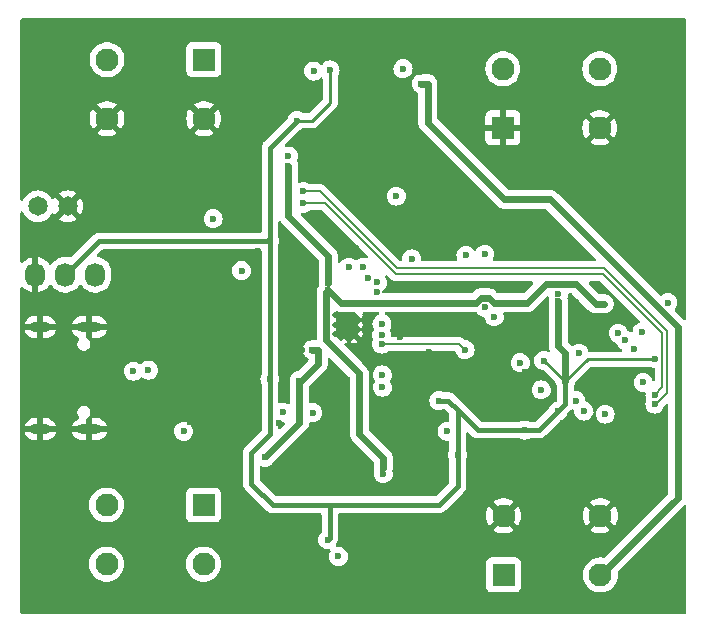
<source format=gbr>
%TF.GenerationSoftware,KiCad,Pcbnew,8.0.6*%
%TF.CreationDate,2024-11-11T10:33:33-08:00*%
%TF.ProjectId,BQ24257,42513234-3235-4372-9e6b-696361645f70,rev?*%
%TF.SameCoordinates,Original*%
%TF.FileFunction,Copper,L4,Bot*%
%TF.FilePolarity,Positive*%
%FSLAX46Y46*%
G04 Gerber Fmt 4.6, Leading zero omitted, Abs format (unit mm)*
G04 Created by KiCad (PCBNEW 8.0.6) date 2024-11-11 10:33:33*
%MOMM*%
%LPD*%
G01*
G04 APERTURE LIST*
%TA.AperFunction,ComponentPad*%
%ADD10O,2.000000X0.900000*%
%TD*%
%TA.AperFunction,ComponentPad*%
%ADD11O,1.700000X0.900000*%
%TD*%
%TA.AperFunction,ComponentPad*%
%ADD12C,1.651000*%
%TD*%
%TA.AperFunction,ComponentPad*%
%ADD13O,1.727200X2.032000*%
%TD*%
%TA.AperFunction,ComponentPad*%
%ADD14C,0.508000*%
%TD*%
%TA.AperFunction,ComponentPad*%
%ADD15R,1.950000X1.950000*%
%TD*%
%TA.AperFunction,ComponentPad*%
%ADD16C,1.950000*%
%TD*%
%TA.AperFunction,ViaPad*%
%ADD17C,0.600000*%
%TD*%
%TA.AperFunction,Conductor*%
%ADD18C,0.254000*%
%TD*%
%TA.AperFunction,Conductor*%
%ADD19C,0.406400*%
%TD*%
%TA.AperFunction,Conductor*%
%ADD20C,0.609600*%
%TD*%
%TA.AperFunction,Conductor*%
%ADD21C,0.203200*%
%TD*%
%TA.AperFunction,Conductor*%
%ADD22C,0.152400*%
%TD*%
G04 APERTURE END LIST*
D10*
%TO.P,USB-C1,S1,SHIELD*%
%TO.N,GND*%
X35520000Y-111890000D03*
D11*
X31350000Y-111890000D03*
D10*
X35520000Y-120530000D03*
D11*
X31350000Y-120530000D03*
%TD*%
D12*
%TO.P,J4,1,Pin_1*%
%TO.N,GND*%
X33680000Y-101640000D03*
%TO.P,J4,2,Pin_2*%
%TO.N,TS*%
X31140000Y-101640000D03*
%TD*%
D13*
%TO.P,J3,1,Pin_1*%
%TO.N,GND*%
X30940000Y-107440000D03*
%TO.P,J3,2,Pin_2*%
%TO.N,VSYS*%
X33480000Y-107440000D03*
%TO.P,J3,3,Pin_3*%
%TO.N,UPDI*%
X36020000Y-107440000D03*
%TD*%
D14*
%TO.P,U1,V*%
%TO.N,GND*%
X57891400Y-112453800D03*
X57891400Y-111666400D03*
X57891400Y-110879000D03*
X57104000Y-112453800D03*
X57104000Y-111666400D03*
X57104000Y-110879000D03*
X56316600Y-112453800D03*
X56316600Y-111666400D03*
X56316600Y-110879000D03*
%TD*%
D15*
%TO.P,BATTERY1,1,1.1*%
%TO.N,BAT*%
X45210000Y-89230000D03*
D16*
%TO.P,BATTERY1,2,1.2*%
X37010000Y-89230000D03*
%TO.P,BATTERY1,3,2.1*%
%TO.N,GND*%
X45210000Y-94230000D03*
%TO.P,BATTERY1,4,2.2*%
X37010000Y-94230000D03*
%TD*%
D15*
%TO.P,BAT_OUT1,1,1.1*%
%TO.N,VBAT_OUT*%
X70580000Y-132860000D03*
D16*
%TO.P,BAT_OUT1,2,1.2*%
X78780000Y-132860000D03*
%TO.P,BAT_OUT1,3,2.1*%
%TO.N,GND*%
X70580000Y-127860000D03*
%TO.P,BAT_OUT1,4,2.2*%
X78780000Y-127860000D03*
%TD*%
D15*
%TO.P,VOUT1,1,1.1*%
%TO.N,GND*%
X70530000Y-95010000D03*
D16*
%TO.P,VOUT1,2,1.2*%
X78730000Y-95010000D03*
%TO.P,VOUT1,3,2.1*%
%TO.N,VOUT*%
X70530000Y-90010000D03*
%TO.P,VOUT1,4,2.2*%
X78730000Y-90010000D03*
%TD*%
D15*
%TO.P,SOLAR_CELL1,1,1.1*%
%TO.N,SOLAR*%
X45180000Y-126950000D03*
D16*
%TO.P,SOLAR_CELL1,2,1.2*%
X36980000Y-126950000D03*
%TO.P,SOLAR_CELL1,3,2.1*%
%TO.N,Net-(Q2-D)*%
X45180000Y-131950000D03*
%TO.P,SOLAR_CELL1,4,2.2*%
X36980000Y-131950000D03*
%TD*%
D17*
%TO.N,GND*%
X33900000Y-120530000D03*
X57700000Y-128400000D03*
X33300000Y-119800000D03*
X53480000Y-113840000D03*
X65200000Y-112000000D03*
X58100000Y-89100000D03*
X55641600Y-117232400D03*
X51700000Y-115800000D03*
X60400000Y-120100000D03*
X74400000Y-126500000D03*
X63000000Y-114900000D03*
X33900000Y-104500000D03*
X67100000Y-108300000D03*
X72300000Y-105100000D03*
X80700000Y-102700000D03*
X52600000Y-108149400D03*
X33800000Y-111890000D03*
X49800000Y-105400000D03*
X61900000Y-102400000D03*
X49700000Y-116400000D03*
X35000000Y-124800000D03*
X62500000Y-118100000D03*
X31500000Y-88400000D03*
X62300000Y-103600000D03*
X76400000Y-126700000D03*
X59700000Y-90900000D03*
X57300000Y-124000000D03*
X53800000Y-112100000D03*
X64300000Y-114000000D03*
X33000000Y-111890000D03*
X63100000Y-112200000D03*
X72300000Y-103200000D03*
X81800000Y-104100000D03*
X54600000Y-120200000D03*
X80900000Y-111200000D03*
X72300000Y-102400000D03*
X60300000Y-114700000D03*
X59900000Y-108900000D03*
X33300000Y-120530000D03*
X46300000Y-112700000D03*
X72400000Y-115700000D03*
X57700000Y-135000000D03*
X54500000Y-98800000D03*
X72300000Y-104200000D03*
X46700000Y-117500000D03*
X48700000Y-102600000D03*
X52300000Y-109416400D03*
X53685000Y-127915000D03*
X51600000Y-120000000D03*
X44000000Y-119900000D03*
X72600000Y-95200000D03*
X37700000Y-120600000D03*
X56600000Y-94900000D03*
X40700000Y-101400000D03*
X67000000Y-116500000D03*
X54700000Y-121600000D03*
X62100000Y-122800000D03*
X76750000Y-109750000D03*
X73700000Y-95300000D03*
X57049000Y-117251400D03*
X61800000Y-112700000D03*
X31500000Y-96500000D03*
X60400000Y-104300000D03*
X58100000Y-105200000D03*
X44600000Y-103500000D03*
X68190000Y-117910000D03*
X63500000Y-90300000D03*
X62100000Y-108600000D03*
X62600000Y-134500000D03*
X75100000Y-121700000D03*
X70700000Y-111900000D03*
X37090000Y-119410000D03*
X75200000Y-95300000D03*
X56800000Y-120100000D03*
X61800000Y-114300000D03*
%TO.N,SOLAR_GATE*%
X81600000Y-113700000D03*
X56600000Y-131300000D03*
%TO.N,BAT_GATE*%
X80290468Y-112400000D03*
%TO.N,VSYS*%
X53100000Y-94400000D03*
X75225000Y-109650000D03*
X55700000Y-129900000D03*
X75230000Y-109120000D03*
X50800000Y-116300000D03*
X75200000Y-118985000D03*
X73980000Y-114720000D03*
X55900000Y-90100000D03*
X50800000Y-104600000D03*
X75812500Y-116487500D03*
X83426600Y-114555069D03*
X66700000Y-122700000D03*
X72365000Y-120600000D03*
X65100000Y-118100000D03*
%TO.N,BATTERY_SENSE_OUT*%
X76986863Y-114091962D03*
X54500000Y-90200000D03*
%TO.N,RX*%
X53600000Y-100400000D03*
X83400000Y-118400000D03*
%TO.N,ISET_CS*%
X59900000Y-108100000D03*
X77374598Y-118985000D03*
%TO.N,ILIM_CS*%
X79191142Y-119256298D03*
X54437600Y-119132400D03*
%TO.N,TX*%
X83400000Y-117600000D03*
X53600000Y-101400000D03*
%TO.N,SCL*%
X84500000Y-109800000D03*
X69000000Y-110200000D03*
%TO.N,UPDI*%
X62810501Y-106110501D03*
%TO.N,SDA*%
X82300000Y-112300000D03*
X82400000Y-116570000D03*
X69800000Y-111000000D03*
%TO.N,HSG1*%
X65800000Y-120700000D03*
X43500000Y-120700000D03*
%TO.N,U{slash}D*%
X80900000Y-113000000D03*
X51900000Y-119100000D03*
%TO.N,VIN*%
X50385000Y-122900000D03*
X53304800Y-116407398D03*
X54900000Y-113800000D03*
X60330000Y-116970000D03*
X54400000Y-113800000D03*
%TO.N,VBAT*%
X52375000Y-98200000D03*
X55743200Y-108149400D03*
X60400000Y-123800000D03*
X55750000Y-108700000D03*
X79100000Y-109900000D03*
X60400000Y-124300000D03*
X52375000Y-97400000D03*
%TO.N,STAT*%
X59100000Y-107700000D03*
X73775000Y-117200000D03*
%TO.N,PG*%
X58700000Y-106800000D03*
X72000000Y-114900000D03*
%TO.N,TS*%
X48400000Y-107100000D03*
X46000000Y-102700000D03*
X60320000Y-115930000D03*
X57480937Y-106800000D03*
%TO.N,CE*%
X76700000Y-118100000D03*
X67325000Y-113800000D03*
X60270000Y-113320003D03*
%TO.N,VBAT_OUT*%
X63625000Y-91275000D03*
X64175000Y-91275000D03*
%TO.N,D+*%
X39250000Y-115610000D03*
X60270000Y-112520000D03*
%TO.N,D-*%
X40520000Y-115520000D03*
X60290000Y-111590000D03*
%TO.N,BURST*%
X62070000Y-90000000D03*
X67400000Y-105800000D03*
%TO.N,RUN*%
X61500000Y-100790000D03*
X69000000Y-105700000D03*
%TD*%
D18*
%TO.N,VSYS*%
X75812500Y-116487500D02*
X77700000Y-114600000D01*
D19*
X55875000Y-126925000D02*
X65125000Y-126925000D01*
D20*
X75225000Y-109650000D02*
X75225000Y-113475000D01*
D19*
X50800000Y-96700000D02*
X53100000Y-94400000D01*
D18*
X73980000Y-114720000D02*
X74045000Y-114720000D01*
D19*
X50800000Y-120925000D02*
X49225000Y-122500000D01*
X66700000Y-118900000D02*
X68400000Y-120600000D01*
X68400000Y-120600000D02*
X71900000Y-120600000D01*
X50800000Y-116000000D02*
X50800000Y-120925000D01*
D20*
X75825000Y-116475000D02*
X75812500Y-116487500D01*
D19*
X74842500Y-119342500D02*
X75812500Y-118372500D01*
D18*
X55900000Y-92900000D02*
X54400000Y-94400000D01*
X54400000Y-94400000D02*
X53100000Y-94400000D01*
D19*
X49225000Y-125125000D02*
X51025000Y-126925000D01*
X71900000Y-120600000D02*
X73585000Y-120600000D01*
X50800000Y-116300000D02*
X50800000Y-116000000D01*
X71900000Y-120600000D02*
X72365000Y-120600000D01*
D18*
X74045000Y-114720000D02*
X75812500Y-116487500D01*
D19*
X51025000Y-126925000D02*
X55875000Y-126925000D01*
X50800000Y-105000000D02*
X50800000Y-103600000D01*
X50800000Y-103600000D02*
X50800000Y-96700000D01*
X65900000Y-118100000D02*
X66700000Y-118900000D01*
X49225000Y-122500000D02*
X49225000Y-125125000D01*
X74842500Y-119342500D02*
X75200000Y-118985000D01*
X73585000Y-120600000D02*
X74842500Y-119342500D01*
X65500000Y-118100000D02*
X65100000Y-118100000D01*
X66700000Y-125350000D02*
X66700000Y-122700000D01*
D18*
X55900000Y-90100000D02*
X55900000Y-92900000D01*
D19*
X36320000Y-104600000D02*
X50800000Y-104600000D01*
X55875000Y-126925000D02*
X55875000Y-129725000D01*
X66700000Y-118900000D02*
X66700000Y-122700000D01*
X65125000Y-126925000D02*
X66700000Y-125350000D01*
X75812500Y-118372500D02*
X75812500Y-116487500D01*
X50800000Y-103600000D02*
X50800000Y-104600000D01*
X50800000Y-104600000D02*
X50800000Y-105000000D01*
D18*
X83426600Y-114555069D02*
X83381669Y-114600000D01*
X83381669Y-114600000D02*
X77685000Y-114600000D01*
D19*
X50800000Y-113000000D02*
X50800000Y-114800000D01*
D20*
X75825000Y-114075000D02*
X75825000Y-116475000D01*
D19*
X50800000Y-105000000D02*
X50800000Y-113000000D01*
D20*
X75225000Y-113475000D02*
X75825000Y-114075000D01*
D19*
X55875000Y-129725000D02*
X55700000Y-129900000D01*
X65900000Y-118100000D02*
X65500000Y-118100000D01*
X50800000Y-114800000D02*
X50800000Y-116000000D01*
X33480000Y-107440000D02*
X36320000Y-104600000D01*
D21*
%TO.N,RX*%
X79100000Y-106900000D02*
X61570210Y-106900000D01*
X84431400Y-112231400D02*
X79100000Y-106900000D01*
X84431400Y-117419391D02*
X84431400Y-112231400D01*
X83400000Y-118400000D02*
X83450791Y-118400000D01*
X61570210Y-106900000D02*
X55070210Y-100400000D01*
X55070210Y-100400000D02*
X53600000Y-100400000D01*
X83450791Y-118400000D02*
X84431400Y-117419391D01*
%TO.N,TX*%
X55500000Y-101400000D02*
X53600000Y-101400000D01*
X79029790Y-107400000D02*
X61500000Y-107400000D01*
X83400000Y-117600000D02*
X84028200Y-116971800D01*
X84028200Y-116971800D02*
X84028200Y-112398410D01*
X84028200Y-112398410D02*
X79029790Y-107400000D01*
X61500000Y-107400000D02*
X55500000Y-101400000D01*
D20*
%TO.N,VIN*%
X54400000Y-113800000D02*
X54900000Y-113800000D01*
X53304800Y-116600000D02*
X54900000Y-115004800D01*
X53300000Y-120000000D02*
X50500000Y-122800000D01*
X53300000Y-119300000D02*
X53300000Y-120000000D01*
X53300000Y-119300000D02*
X53304800Y-119295200D01*
X54900000Y-115004800D02*
X54900000Y-113800000D01*
X53304800Y-119295200D02*
X53304800Y-116600000D01*
X53304800Y-116407398D02*
X53304800Y-116600000D01*
%TO.N,VBAT*%
X55557800Y-108892200D02*
X55557800Y-112982800D01*
X56850000Y-109800000D02*
X68261840Y-109800000D01*
X52375000Y-98200000D02*
X52375000Y-102475000D01*
X69333360Y-109395200D02*
X69738160Y-109800000D01*
X60400000Y-122950000D02*
X60400000Y-123800000D01*
X74200000Y-108200000D02*
X76700000Y-108200000D01*
X55750000Y-108700000D02*
X56850000Y-109800000D01*
X76700000Y-108200000D02*
X78400000Y-109900000D01*
X72600000Y-109800000D02*
X74200000Y-108200000D01*
X69738160Y-109800000D02*
X72600000Y-109800000D01*
X58350000Y-115775000D02*
X58350000Y-120900000D01*
X68261840Y-109800000D02*
X68666640Y-109395200D01*
X58350000Y-120900000D02*
X60400000Y-122950000D01*
X55557800Y-112982800D02*
X58350000Y-115775000D01*
X55750000Y-108700000D02*
X55557800Y-108892200D01*
X78400000Y-109900000D02*
X79100000Y-109900000D01*
X68666640Y-109395200D02*
X69333360Y-109395200D01*
X55743200Y-105843200D02*
X55743200Y-108149400D01*
X52375000Y-102475000D02*
X55743200Y-105843200D01*
D22*
%TO.N,CE*%
X67325000Y-113800000D02*
X66845003Y-113320003D01*
X66845003Y-113320003D02*
X60270000Y-113320003D01*
D20*
%TO.N,VBAT_OUT*%
X64175000Y-94600000D02*
X64175000Y-91275000D01*
X70625000Y-101050000D02*
X64175000Y-94600000D01*
X74500000Y-101050000D02*
X70625000Y-101050000D01*
X85325000Y-126315000D02*
X85325000Y-111875000D01*
X78780000Y-132860000D02*
X85325000Y-126315000D01*
X85325000Y-111875000D02*
X74500000Y-101050000D01*
X64175000Y-91275000D02*
X63625000Y-91275000D01*
%TD*%
%TA.AperFunction,Conductor*%
%TO.N,GND*%
G36*
X50039339Y-105323385D02*
G01*
X50085094Y-105376189D01*
X50096300Y-105427700D01*
X50096300Y-115879599D01*
X50077296Y-115945567D01*
X50074210Y-115950478D01*
X50014633Y-116120737D01*
X50014630Y-116120750D01*
X49994435Y-116299996D01*
X49994435Y-116300003D01*
X50014630Y-116479249D01*
X50014631Y-116479254D01*
X50074209Y-116649518D01*
X50074210Y-116649520D01*
X50074211Y-116649522D01*
X50077294Y-116654428D01*
X50096300Y-116720399D01*
X50096300Y-120582155D01*
X50076615Y-120649194D01*
X50059981Y-120669836D01*
X49426117Y-121303700D01*
X48776420Y-121953397D01*
X48776417Y-121953400D01*
X48727408Y-122002409D01*
X48678399Y-122051417D01*
X48678398Y-122051418D01*
X48616071Y-122144698D01*
X48616072Y-122144699D01*
X48601386Y-122166677D01*
X48548343Y-122294735D01*
X48548341Y-122294743D01*
X48521299Y-122430689D01*
X48521299Y-122575421D01*
X48521300Y-122575442D01*
X48521300Y-125050556D01*
X48521299Y-125050582D01*
X48521299Y-125194309D01*
X48538483Y-125280692D01*
X48538483Y-125280694D01*
X48548341Y-125330254D01*
X48548344Y-125330266D01*
X48601386Y-125458323D01*
X48678401Y-125573585D01*
X48780736Y-125675920D01*
X48780758Y-125675940D01*
X50475274Y-127370456D01*
X50475303Y-127370487D01*
X50576414Y-127471598D01*
X50691676Y-127548613D01*
X50819733Y-127601655D01*
X50819738Y-127601657D01*
X50819742Y-127601657D01*
X50819743Y-127601658D01*
X50955688Y-127628700D01*
X50955691Y-127628700D01*
X50955692Y-127628700D01*
X55047300Y-127628700D01*
X55114339Y-127648385D01*
X55160094Y-127701189D01*
X55171300Y-127752700D01*
X55171300Y-129245260D01*
X55151615Y-129312299D01*
X55134981Y-129332941D01*
X55070184Y-129397737D01*
X54974211Y-129550476D01*
X54914631Y-129720745D01*
X54914630Y-129720750D01*
X54894435Y-129899996D01*
X54894435Y-129900003D01*
X54914630Y-130079249D01*
X54914631Y-130079254D01*
X54974211Y-130249523D01*
X55016105Y-130316196D01*
X55070184Y-130402262D01*
X55197738Y-130529816D01*
X55350478Y-130625789D01*
X55477352Y-130670184D01*
X55520745Y-130685368D01*
X55520750Y-130685369D01*
X55699996Y-130705565D01*
X55700000Y-130705565D01*
X55700002Y-130705565D01*
X55746097Y-130700371D01*
X55797227Y-130694610D01*
X55866049Y-130706664D01*
X55917428Y-130754013D01*
X55935053Y-130821623D01*
X55916105Y-130883801D01*
X55874212Y-130950474D01*
X55814631Y-131120745D01*
X55814630Y-131120750D01*
X55794435Y-131299996D01*
X55794435Y-131300003D01*
X55814630Y-131479249D01*
X55814631Y-131479254D01*
X55874211Y-131649523D01*
X55909892Y-131706308D01*
X55970184Y-131802262D01*
X56097738Y-131929816D01*
X56250478Y-132025789D01*
X56420745Y-132085368D01*
X56420750Y-132085369D01*
X56599996Y-132105565D01*
X56600000Y-132105565D01*
X56600004Y-132105565D01*
X56779249Y-132085369D01*
X56779252Y-132085368D01*
X56779255Y-132085368D01*
X56949522Y-132025789D01*
X57102262Y-131929816D01*
X57194943Y-131837135D01*
X69104500Y-131837135D01*
X69104500Y-133882870D01*
X69104501Y-133882876D01*
X69110908Y-133942483D01*
X69161202Y-134077328D01*
X69161206Y-134077335D01*
X69247452Y-134192544D01*
X69247455Y-134192547D01*
X69362664Y-134278793D01*
X69362671Y-134278797D01*
X69497517Y-134329091D01*
X69497516Y-134329091D01*
X69504444Y-134329835D01*
X69557127Y-134335500D01*
X71602872Y-134335499D01*
X71662483Y-134329091D01*
X71797331Y-134278796D01*
X71912546Y-134192546D01*
X71998796Y-134077331D01*
X72049091Y-133942483D01*
X72055500Y-133882873D01*
X72055499Y-131837128D01*
X72049091Y-131777517D01*
X72046553Y-131770713D01*
X71998797Y-131642671D01*
X71998793Y-131642664D01*
X71912547Y-131527455D01*
X71912544Y-131527452D01*
X71797335Y-131441206D01*
X71797328Y-131441202D01*
X71662482Y-131390908D01*
X71662483Y-131390908D01*
X71602883Y-131384501D01*
X71602881Y-131384500D01*
X71602873Y-131384500D01*
X71602864Y-131384500D01*
X69557129Y-131384500D01*
X69557123Y-131384501D01*
X69497516Y-131390908D01*
X69362671Y-131441202D01*
X69362664Y-131441206D01*
X69247455Y-131527452D01*
X69247452Y-131527455D01*
X69161206Y-131642664D01*
X69161202Y-131642671D01*
X69110908Y-131777517D01*
X69104501Y-131837116D01*
X69104501Y-131837123D01*
X69104500Y-131837135D01*
X57194943Y-131837135D01*
X57229816Y-131802262D01*
X57325789Y-131649522D01*
X57385368Y-131479255D01*
X57389655Y-131441206D01*
X57405565Y-131300003D01*
X57405565Y-131299996D01*
X57385369Y-131120750D01*
X57385368Y-131120745D01*
X57325788Y-130950476D01*
X57283893Y-130883801D01*
X57229816Y-130797738D01*
X57102262Y-130670184D01*
X57031608Y-130625789D01*
X56949523Y-130574211D01*
X56779254Y-130514631D01*
X56779249Y-130514630D01*
X56600004Y-130494435D01*
X56599996Y-130494435D01*
X56502771Y-130505389D01*
X56433949Y-130493334D01*
X56382570Y-130445985D01*
X56364946Y-130378374D01*
X56383895Y-130316196D01*
X56425788Y-130249523D01*
X56425789Y-130249522D01*
X56480987Y-130091774D01*
X56494926Y-130063840D01*
X56498611Y-130058327D01*
X56551657Y-129930262D01*
X56578700Y-129794308D01*
X56578700Y-127859994D01*
X69099945Y-127859994D01*
X69099945Y-127860005D01*
X69120130Y-128103605D01*
X69180138Y-128340573D01*
X69278330Y-128564429D01*
X69374626Y-128711819D01*
X69978958Y-128107487D01*
X70003978Y-128167890D01*
X70075112Y-128274351D01*
X70165649Y-128364888D01*
X70272110Y-128436022D01*
X70332511Y-128461041D01*
X69727758Y-129065794D01*
X69727758Y-129065796D01*
X69770478Y-129099046D01*
X69770484Y-129099050D01*
X69985468Y-129215394D01*
X69985476Y-129215397D01*
X70216664Y-129294765D01*
X70457779Y-129335000D01*
X70702221Y-129335000D01*
X70943335Y-129294765D01*
X71174523Y-129215397D01*
X71174531Y-129215394D01*
X71389514Y-129099051D01*
X71389514Y-129099050D01*
X71432240Y-129065795D01*
X71432240Y-129065794D01*
X70827488Y-128461041D01*
X70887890Y-128436022D01*
X70994351Y-128364888D01*
X71084888Y-128274351D01*
X71156022Y-128167890D01*
X71181041Y-128107488D01*
X71785372Y-128711819D01*
X71881667Y-128564431D01*
X71881672Y-128564423D01*
X71979861Y-128340573D01*
X72039869Y-128103605D01*
X72060055Y-127860005D01*
X72060055Y-127859994D01*
X77299945Y-127859994D01*
X77299945Y-127860005D01*
X77320130Y-128103605D01*
X77380138Y-128340573D01*
X77478330Y-128564429D01*
X77574626Y-128711819D01*
X78178958Y-128107487D01*
X78203978Y-128167890D01*
X78275112Y-128274351D01*
X78365649Y-128364888D01*
X78472110Y-128436022D01*
X78532511Y-128461041D01*
X77927758Y-129065794D01*
X77927758Y-129065796D01*
X77970478Y-129099046D01*
X77970484Y-129099050D01*
X78185468Y-129215394D01*
X78185476Y-129215397D01*
X78416664Y-129294765D01*
X78657779Y-129335000D01*
X78902221Y-129335000D01*
X79143335Y-129294765D01*
X79374523Y-129215397D01*
X79374531Y-129215394D01*
X79589514Y-129099051D01*
X79589514Y-129099050D01*
X79632240Y-129065795D01*
X79632240Y-129065794D01*
X79027488Y-128461041D01*
X79087890Y-128436022D01*
X79194351Y-128364888D01*
X79284888Y-128274351D01*
X79356022Y-128167890D01*
X79381041Y-128107488D01*
X79985372Y-128711819D01*
X80081667Y-128564431D01*
X80081672Y-128564423D01*
X80179861Y-128340573D01*
X80239869Y-128103605D01*
X80260055Y-127860005D01*
X80260055Y-127859994D01*
X80239869Y-127616394D01*
X80179861Y-127379426D01*
X80081669Y-127155570D01*
X79985372Y-127008179D01*
X79381041Y-127612510D01*
X79356022Y-127552110D01*
X79284888Y-127445649D01*
X79194351Y-127355112D01*
X79087890Y-127283978D01*
X79027487Y-127258958D01*
X79632240Y-126654204D01*
X79632240Y-126654203D01*
X79589514Y-126620949D01*
X79374531Y-126504605D01*
X79374523Y-126504602D01*
X79143335Y-126425234D01*
X78902221Y-126385000D01*
X78657779Y-126385000D01*
X78416664Y-126425234D01*
X78185476Y-126504602D01*
X78185468Y-126504605D01*
X77970481Y-126620951D01*
X77927758Y-126654202D01*
X77927757Y-126654204D01*
X78532511Y-127258958D01*
X78472110Y-127283978D01*
X78365649Y-127355112D01*
X78275112Y-127445649D01*
X78203978Y-127552110D01*
X78178958Y-127612511D01*
X77574626Y-127008179D01*
X77478328Y-127155575D01*
X77380138Y-127379426D01*
X77320130Y-127616394D01*
X77299945Y-127859994D01*
X72060055Y-127859994D01*
X72039869Y-127616394D01*
X71979861Y-127379426D01*
X71881669Y-127155570D01*
X71785372Y-127008179D01*
X71181041Y-127612510D01*
X71156022Y-127552110D01*
X71084888Y-127445649D01*
X70994351Y-127355112D01*
X70887890Y-127283978D01*
X70827487Y-127258958D01*
X71432240Y-126654204D01*
X71432240Y-126654203D01*
X71389514Y-126620949D01*
X71174531Y-126504605D01*
X71174523Y-126504602D01*
X70943335Y-126425234D01*
X70702221Y-126385000D01*
X70457779Y-126385000D01*
X70216664Y-126425234D01*
X69985476Y-126504602D01*
X69985468Y-126504605D01*
X69770481Y-126620951D01*
X69727758Y-126654202D01*
X69727757Y-126654204D01*
X70332511Y-127258958D01*
X70272110Y-127283978D01*
X70165649Y-127355112D01*
X70075112Y-127445649D01*
X70003978Y-127552110D01*
X69978958Y-127612511D01*
X69374626Y-127008179D01*
X69278328Y-127155575D01*
X69180138Y-127379426D01*
X69120130Y-127616394D01*
X69099945Y-127859994D01*
X56578700Y-127859994D01*
X56578700Y-127752700D01*
X56598385Y-127685661D01*
X56651189Y-127639906D01*
X56702700Y-127628700D01*
X65049558Y-127628700D01*
X65049578Y-127628701D01*
X65055692Y-127628701D01*
X65194310Y-127628701D01*
X65285768Y-127610507D01*
X65330262Y-127601657D01*
X65449880Y-127552110D01*
X65458323Y-127548613D01*
X65458324Y-127548612D01*
X65458327Y-127548611D01*
X65573583Y-127471600D01*
X65671600Y-127373583D01*
X65671601Y-127373581D01*
X65678667Y-127366515D01*
X65678670Y-127366511D01*
X67148579Y-125896602D01*
X67148583Y-125896600D01*
X67246600Y-125798583D01*
X67323611Y-125683327D01*
X67328469Y-125671600D01*
X67376655Y-125555266D01*
X67376657Y-125555262D01*
X67391447Y-125480909D01*
X67403700Y-125419309D01*
X67403700Y-125280692D01*
X67403700Y-123120399D01*
X67422705Y-123054428D01*
X67425789Y-123049522D01*
X67485368Y-122879255D01*
X67503863Y-122715108D01*
X67505565Y-122700003D01*
X67505565Y-122699996D01*
X67485369Y-122520750D01*
X67485366Y-122520737D01*
X67425789Y-122350478D01*
X67422704Y-122345567D01*
X67403700Y-122279599D01*
X67403700Y-120898244D01*
X67423385Y-120831205D01*
X67476189Y-120785450D01*
X67545347Y-120775506D01*
X67608903Y-120804531D01*
X67615381Y-120810563D01*
X67850274Y-121045456D01*
X67850303Y-121045487D01*
X67951414Y-121146598D01*
X68066676Y-121223613D01*
X68194735Y-121276656D01*
X68194736Y-121276656D01*
X68194738Y-121276657D01*
X68194742Y-121276657D01*
X68194743Y-121276658D01*
X68330688Y-121303701D01*
X68330691Y-121303701D01*
X68475422Y-121303701D01*
X68475442Y-121303700D01*
X71830692Y-121303700D01*
X71944601Y-121303700D01*
X72010571Y-121322705D01*
X72015478Y-121325789D01*
X72015481Y-121325790D01*
X72185745Y-121385368D01*
X72185750Y-121385369D01*
X72364996Y-121405565D01*
X72365000Y-121405565D01*
X72365004Y-121405565D01*
X72544249Y-121385369D01*
X72544252Y-121385368D01*
X72544255Y-121385368D01*
X72714522Y-121325789D01*
X72719428Y-121322705D01*
X72785399Y-121303700D01*
X73509558Y-121303700D01*
X73509578Y-121303701D01*
X73515692Y-121303701D01*
X73654310Y-121303701D01*
X73745768Y-121285507D01*
X73790262Y-121276657D01*
X73832950Y-121258975D01*
X73918323Y-121223613D01*
X73918324Y-121223612D01*
X73918327Y-121223611D01*
X74033583Y-121146600D01*
X74131600Y-121048583D01*
X74131600Y-121048581D01*
X74141808Y-121038374D01*
X74141809Y-121038371D01*
X75389100Y-119791083D01*
X75389101Y-119791080D01*
X75396161Y-119784021D01*
X75396167Y-119784014D01*
X75406250Y-119773930D01*
X75452974Y-119744572D01*
X75549522Y-119710789D01*
X75702262Y-119614816D01*
X75829816Y-119487262D01*
X75925789Y-119334522D01*
X75959572Y-119237974D01*
X75988930Y-119191250D01*
X76254011Y-118926169D01*
X76254025Y-118926158D01*
X76298284Y-118881899D01*
X76359607Y-118848413D01*
X76426918Y-118852536D01*
X76485988Y-118873206D01*
X76542763Y-118913926D01*
X76568197Y-118978087D01*
X76568253Y-118978081D01*
X76568276Y-118978286D01*
X76568511Y-118978879D01*
X76568626Y-118981397D01*
X76589228Y-119164249D01*
X76589229Y-119164254D01*
X76648809Y-119334523D01*
X76713838Y-119438015D01*
X76744782Y-119487262D01*
X76872336Y-119614816D01*
X77025076Y-119710789D01*
X77161598Y-119758560D01*
X77195343Y-119770368D01*
X77195348Y-119770369D01*
X77374594Y-119790565D01*
X77374598Y-119790565D01*
X77374602Y-119790565D01*
X77553847Y-119770369D01*
X77553850Y-119770368D01*
X77553853Y-119770368D01*
X77724120Y-119710789D01*
X77876860Y-119614816D01*
X78004414Y-119487262D01*
X78100387Y-119334522D01*
X78144539Y-119208343D01*
X78185261Y-119151567D01*
X78250214Y-119125819D01*
X78318775Y-119139275D01*
X78369178Y-119187662D01*
X78383918Y-119249334D01*
X78385577Y-119249334D01*
X78385577Y-119256301D01*
X78405772Y-119435547D01*
X78405773Y-119435552D01*
X78465353Y-119605821D01*
X78517063Y-119688116D01*
X78561326Y-119758560D01*
X78688880Y-119886114D01*
X78749821Y-119924406D01*
X78824433Y-119971288D01*
X78841620Y-119982087D01*
X78970274Y-120027105D01*
X79011887Y-120041666D01*
X79011892Y-120041667D01*
X79191138Y-120061863D01*
X79191142Y-120061863D01*
X79191146Y-120061863D01*
X79370391Y-120041667D01*
X79370394Y-120041666D01*
X79370397Y-120041666D01*
X79540664Y-119982087D01*
X79693404Y-119886114D01*
X79820958Y-119758560D01*
X79916931Y-119605820D01*
X79976510Y-119435553D01*
X79976511Y-119435547D01*
X79996707Y-119256301D01*
X79996707Y-119256294D01*
X79976511Y-119077048D01*
X79976510Y-119077043D01*
X79961083Y-119032955D01*
X79916931Y-118906776D01*
X79904828Y-118887515D01*
X79847260Y-118795895D01*
X79820958Y-118754036D01*
X79693404Y-118626482D01*
X79630596Y-118587017D01*
X79540665Y-118530509D01*
X79370396Y-118470929D01*
X79370391Y-118470928D01*
X79191146Y-118450733D01*
X79191138Y-118450733D01*
X79011892Y-118470928D01*
X79011887Y-118470929D01*
X78841618Y-118530509D01*
X78688879Y-118626482D01*
X78561326Y-118754035D01*
X78465350Y-118906778D01*
X78421199Y-119032955D01*
X78380477Y-119089731D01*
X78315524Y-119115478D01*
X78246963Y-119102021D01*
X78196560Y-119053634D01*
X78181821Y-118991964D01*
X78180163Y-118991964D01*
X78180163Y-118984996D01*
X78159967Y-118805750D01*
X78159966Y-118805745D01*
X78108790Y-118659493D01*
X78100387Y-118635478D01*
X78094734Y-118626482D01*
X78046363Y-118549500D01*
X78004414Y-118482738D01*
X77876860Y-118355184D01*
X77812322Y-118314632D01*
X77724121Y-118259211D01*
X77588610Y-118211794D01*
X77531834Y-118171072D01*
X77506401Y-118106913D01*
X77506345Y-118106920D01*
X77506321Y-118106710D01*
X77506087Y-118106119D01*
X77505971Y-118103605D01*
X77505564Y-118099996D01*
X77494298Y-118000000D01*
X77485369Y-117920750D01*
X77485368Y-117920745D01*
X77425789Y-117750478D01*
X77329816Y-117597738D01*
X77202262Y-117470184D01*
X77049523Y-117374211D01*
X76879254Y-117314631D01*
X76879249Y-117314630D01*
X76700004Y-117294435D01*
X76699996Y-117294435D01*
X76654083Y-117299608D01*
X76585261Y-117287553D01*
X76533882Y-117240204D01*
X76516200Y-117176388D01*
X76516200Y-116927663D01*
X76535885Y-116860624D01*
X76537099Y-116858771D01*
X76538648Y-116856453D01*
X76542729Y-116846600D01*
X76599354Y-116709897D01*
X76622267Y-116594701D01*
X76654650Y-116532795D01*
X76656145Y-116531272D01*
X77923600Y-115263819D01*
X77984923Y-115230334D01*
X78011281Y-115227500D01*
X82956435Y-115227500D01*
X83022407Y-115246506D01*
X83077077Y-115280858D01*
X83077081Y-115280859D01*
X83247337Y-115340435D01*
X83247342Y-115340436D01*
X83247345Y-115340437D01*
X83315984Y-115348170D01*
X83380396Y-115375235D01*
X83419952Y-115432829D01*
X83426100Y-115471390D01*
X83426100Y-116348904D01*
X83406415Y-116415943D01*
X83353611Y-116461698D01*
X83284453Y-116471642D01*
X83220897Y-116442617D01*
X83185058Y-116389859D01*
X83163440Y-116328078D01*
X83125789Y-116220478D01*
X83029816Y-116067738D01*
X82902262Y-115940184D01*
X82828839Y-115894049D01*
X82749523Y-115844211D01*
X82579254Y-115784631D01*
X82579249Y-115784630D01*
X82400004Y-115764435D01*
X82399996Y-115764435D01*
X82220750Y-115784630D01*
X82220745Y-115784631D01*
X82050476Y-115844211D01*
X81897737Y-115940184D01*
X81770184Y-116067737D01*
X81674211Y-116220476D01*
X81614631Y-116390745D01*
X81614630Y-116390750D01*
X81594435Y-116569996D01*
X81594435Y-116570003D01*
X81614630Y-116749249D01*
X81614631Y-116749254D01*
X81674211Y-116919523D01*
X81737817Y-117020750D01*
X81770184Y-117072262D01*
X81897738Y-117199816D01*
X82050478Y-117295789D01*
X82220745Y-117355368D01*
X82220750Y-117355369D01*
X82399996Y-117375565D01*
X82400000Y-117375565D01*
X82400001Y-117375565D01*
X82412035Y-117374209D01*
X82468034Y-117367899D01*
X82536854Y-117379953D01*
X82588234Y-117427301D01*
X82605859Y-117494911D01*
X82605137Y-117505001D01*
X82594435Y-117599994D01*
X82594435Y-117600003D01*
X82614630Y-117779249D01*
X82614633Y-117779262D01*
X82676510Y-117956094D01*
X82674364Y-117956844D01*
X82683962Y-118015144D01*
X82675609Y-118043590D01*
X82676510Y-118043906D01*
X82614633Y-118220737D01*
X82614630Y-118220750D01*
X82594435Y-118399996D01*
X82594435Y-118400003D01*
X82614630Y-118579249D01*
X82614631Y-118579254D01*
X82674211Y-118749523D01*
X82751926Y-118873205D01*
X82770184Y-118902262D01*
X82897738Y-119029816D01*
X83050478Y-119125789D01*
X83183899Y-119172475D01*
X83220745Y-119185368D01*
X83220750Y-119185369D01*
X83399996Y-119205565D01*
X83400000Y-119205565D01*
X83400004Y-119205565D01*
X83579249Y-119185369D01*
X83579252Y-119185368D01*
X83579255Y-119185368D01*
X83749522Y-119125789D01*
X83902262Y-119029816D01*
X84029816Y-118902262D01*
X84125789Y-118749522D01*
X84185368Y-118579255D01*
X84188425Y-118552121D01*
X84215489Y-118487709D01*
X84223944Y-118478343D01*
X84308021Y-118394266D01*
X84369343Y-118360784D01*
X84439034Y-118365768D01*
X84494968Y-118407640D01*
X84519384Y-118473105D01*
X84519700Y-118481950D01*
X84519700Y-125930071D01*
X84500015Y-125997110D01*
X84483381Y-126017752D01*
X79131110Y-131370022D01*
X79069787Y-131403507D01*
X79023020Y-131404650D01*
X78902263Y-131384500D01*
X78657737Y-131384500D01*
X78619336Y-131390908D01*
X78416541Y-131424748D01*
X78185270Y-131504143D01*
X78185265Y-131504145D01*
X77970212Y-131620526D01*
X77970208Y-131620529D01*
X77777252Y-131770713D01*
X77777242Y-131770722D01*
X77611632Y-131950621D01*
X77477888Y-132155333D01*
X77379663Y-132379265D01*
X77319636Y-132616304D01*
X77319634Y-132616316D01*
X77299443Y-132859994D01*
X77299443Y-132860005D01*
X77319634Y-133103683D01*
X77319636Y-133103695D01*
X77379663Y-133340734D01*
X77477888Y-133564666D01*
X77611632Y-133769378D01*
X77777242Y-133949277D01*
X77777252Y-133949286D01*
X77970208Y-134099470D01*
X77970212Y-134099473D01*
X78142197Y-134192547D01*
X78185267Y-134215855D01*
X78185270Y-134215856D01*
X78416541Y-134295251D01*
X78416543Y-134295251D01*
X78416545Y-134295252D01*
X78657737Y-134335500D01*
X78657738Y-134335500D01*
X78902262Y-134335500D01*
X78902263Y-134335500D01*
X79143455Y-134295252D01*
X79374733Y-134215855D01*
X79589788Y-134099473D01*
X79782754Y-133949281D01*
X79948368Y-133769377D01*
X80082111Y-133564667D01*
X80180336Y-133340736D01*
X80240364Y-133103692D01*
X80245701Y-133039286D01*
X80260557Y-132860005D01*
X80260557Y-132859994D01*
X80245282Y-132675669D01*
X80240364Y-132616308D01*
X80240360Y-132616292D01*
X80239743Y-132612592D01*
X80248121Y-132543226D01*
X80274367Y-132504497D01*
X85831280Y-126947585D01*
X85831287Y-126947579D01*
X85838347Y-126940518D01*
X85838349Y-126940518D01*
X85857819Y-126921048D01*
X85919142Y-126887563D01*
X85988834Y-126892547D01*
X86044767Y-126934419D01*
X86069184Y-126999883D01*
X86069500Y-127008729D01*
X86069500Y-136075500D01*
X86049815Y-136142539D01*
X85997011Y-136188294D01*
X85945500Y-136199500D01*
X29804500Y-136199500D01*
X29737461Y-136179815D01*
X29691706Y-136127011D01*
X29680500Y-136075500D01*
X29680500Y-131949994D01*
X35499443Y-131949994D01*
X35499443Y-131950005D01*
X35519634Y-132193683D01*
X35519636Y-132193695D01*
X35579663Y-132430734D01*
X35677888Y-132654666D01*
X35811632Y-132859378D01*
X35977242Y-133039277D01*
X35977246Y-133039281D01*
X36170212Y-133189473D01*
X36385267Y-133305855D01*
X36385270Y-133305856D01*
X36616541Y-133385251D01*
X36616543Y-133385251D01*
X36616545Y-133385252D01*
X36857737Y-133425500D01*
X36857738Y-133425500D01*
X37102262Y-133425500D01*
X37102263Y-133425500D01*
X37343455Y-133385252D01*
X37574733Y-133305855D01*
X37789788Y-133189473D01*
X37982754Y-133039281D01*
X38148368Y-132859377D01*
X38282111Y-132654667D01*
X38380336Y-132430736D01*
X38440364Y-132193692D01*
X38443543Y-132155333D01*
X38460557Y-131950005D01*
X38460557Y-131949994D01*
X43699443Y-131949994D01*
X43699443Y-131950005D01*
X43719634Y-132193683D01*
X43719636Y-132193695D01*
X43779663Y-132430734D01*
X43877888Y-132654666D01*
X44011632Y-132859378D01*
X44177242Y-133039277D01*
X44177246Y-133039281D01*
X44370212Y-133189473D01*
X44585267Y-133305855D01*
X44585270Y-133305856D01*
X44816541Y-133385251D01*
X44816543Y-133385251D01*
X44816545Y-133385252D01*
X45057737Y-133425500D01*
X45057738Y-133425500D01*
X45302262Y-133425500D01*
X45302263Y-133425500D01*
X45543455Y-133385252D01*
X45774733Y-133305855D01*
X45989788Y-133189473D01*
X46182754Y-133039281D01*
X46348368Y-132859377D01*
X46482111Y-132654667D01*
X46580336Y-132430736D01*
X46640364Y-132193692D01*
X46643543Y-132155333D01*
X46660557Y-131950005D01*
X46660557Y-131949994D01*
X46640365Y-131706316D01*
X46640363Y-131706304D01*
X46589169Y-131504145D01*
X46580336Y-131469264D01*
X46482111Y-131245333D01*
X46348368Y-131040623D01*
X46348367Y-131040621D01*
X46182757Y-130860722D01*
X46182747Y-130860713D01*
X45989791Y-130710529D01*
X45989787Y-130710526D01*
X45774734Y-130594145D01*
X45774729Y-130594143D01*
X45543458Y-130514748D01*
X45362561Y-130484562D01*
X45302263Y-130474500D01*
X45057737Y-130474500D01*
X45009498Y-130482549D01*
X44816541Y-130514748D01*
X44585270Y-130594143D01*
X44585265Y-130594145D01*
X44370212Y-130710526D01*
X44370208Y-130710529D01*
X44177252Y-130860713D01*
X44177242Y-130860722D01*
X44011632Y-131040621D01*
X43877888Y-131245333D01*
X43779663Y-131469265D01*
X43719636Y-131706304D01*
X43719634Y-131706316D01*
X43699443Y-131949994D01*
X38460557Y-131949994D01*
X38440365Y-131706316D01*
X38440363Y-131706304D01*
X38389169Y-131504145D01*
X38380336Y-131469264D01*
X38282111Y-131245333D01*
X38148368Y-131040623D01*
X38148367Y-131040621D01*
X37982757Y-130860722D01*
X37982747Y-130860713D01*
X37789791Y-130710529D01*
X37789787Y-130710526D01*
X37574734Y-130594145D01*
X37574729Y-130594143D01*
X37343458Y-130514748D01*
X37162561Y-130484562D01*
X37102263Y-130474500D01*
X36857737Y-130474500D01*
X36809498Y-130482549D01*
X36616541Y-130514748D01*
X36385270Y-130594143D01*
X36385265Y-130594145D01*
X36170212Y-130710526D01*
X36170208Y-130710529D01*
X35977252Y-130860713D01*
X35977242Y-130860722D01*
X35811632Y-131040621D01*
X35677888Y-131245333D01*
X35579663Y-131469265D01*
X35519636Y-131706304D01*
X35519634Y-131706316D01*
X35499443Y-131949994D01*
X29680500Y-131949994D01*
X29680500Y-126949994D01*
X35499443Y-126949994D01*
X35499443Y-126950005D01*
X35519634Y-127193683D01*
X35519636Y-127193695D01*
X35579663Y-127430734D01*
X35677888Y-127654666D01*
X35811632Y-127859378D01*
X35977242Y-128039277D01*
X35977252Y-128039286D01*
X36170208Y-128189470D01*
X36170212Y-128189473D01*
X36342197Y-128282547D01*
X36385267Y-128305855D01*
X36385270Y-128305856D01*
X36616541Y-128385251D01*
X36616543Y-128385251D01*
X36616545Y-128385252D01*
X36857737Y-128425500D01*
X36857738Y-128425500D01*
X37102262Y-128425500D01*
X37102263Y-128425500D01*
X37343455Y-128385252D01*
X37574733Y-128305855D01*
X37789788Y-128189473D01*
X37982754Y-128039281D01*
X38148368Y-127859377D01*
X38282111Y-127654667D01*
X38380336Y-127430736D01*
X38440364Y-127193692D01*
X38440365Y-127193683D01*
X38460557Y-126950005D01*
X38460557Y-126949994D01*
X38440365Y-126706316D01*
X38440363Y-126706304D01*
X38419007Y-126621970D01*
X38380336Y-126469264D01*
X38282111Y-126245333D01*
X38148368Y-126040623D01*
X38148367Y-126040621D01*
X38043895Y-125927135D01*
X43704500Y-125927135D01*
X43704500Y-127972870D01*
X43704501Y-127972876D01*
X43710908Y-128032483D01*
X43761202Y-128167328D01*
X43761206Y-128167335D01*
X43847452Y-128282544D01*
X43847455Y-128282547D01*
X43962664Y-128368793D01*
X43962671Y-128368797D01*
X44097517Y-128419091D01*
X44097516Y-128419091D01*
X44104444Y-128419835D01*
X44157127Y-128425500D01*
X46202872Y-128425499D01*
X46262483Y-128419091D01*
X46397331Y-128368796D01*
X46512546Y-128282546D01*
X46598796Y-128167331D01*
X46649091Y-128032483D01*
X46655500Y-127972873D01*
X46655499Y-125927128D01*
X46649091Y-125867517D01*
X46646553Y-125860713D01*
X46598797Y-125732671D01*
X46598793Y-125732664D01*
X46512547Y-125617455D01*
X46512544Y-125617452D01*
X46397335Y-125531206D01*
X46397328Y-125531202D01*
X46262482Y-125480908D01*
X46262483Y-125480908D01*
X46202883Y-125474501D01*
X46202881Y-125474500D01*
X46202873Y-125474500D01*
X46202864Y-125474500D01*
X44157129Y-125474500D01*
X44157123Y-125474501D01*
X44097516Y-125480908D01*
X43962671Y-125531202D01*
X43962664Y-125531206D01*
X43847455Y-125617452D01*
X43847452Y-125617455D01*
X43761206Y-125732664D01*
X43761202Y-125732671D01*
X43710908Y-125867517D01*
X43704501Y-125927116D01*
X43704501Y-125927123D01*
X43704500Y-125927135D01*
X38043895Y-125927135D01*
X37982757Y-125860722D01*
X37982747Y-125860713D01*
X37789791Y-125710529D01*
X37789787Y-125710526D01*
X37574734Y-125594145D01*
X37574729Y-125594143D01*
X37343458Y-125514748D01*
X37140664Y-125480908D01*
X37102263Y-125474500D01*
X36857737Y-125474500D01*
X36819336Y-125480908D01*
X36616541Y-125514748D01*
X36385270Y-125594143D01*
X36385265Y-125594145D01*
X36170212Y-125710526D01*
X36170208Y-125710529D01*
X35977252Y-125860713D01*
X35977242Y-125860722D01*
X35811632Y-126040621D01*
X35677888Y-126245333D01*
X35579663Y-126469265D01*
X35519636Y-126706304D01*
X35519634Y-126706316D01*
X35499443Y-126949994D01*
X29680500Y-126949994D01*
X29680500Y-120279999D01*
X30031115Y-120279999D01*
X30031116Y-120280000D01*
X30783012Y-120280000D01*
X30765795Y-120289940D01*
X30709940Y-120345795D01*
X30670444Y-120414204D01*
X30650000Y-120490504D01*
X30650000Y-120569496D01*
X30670444Y-120645796D01*
X30709940Y-120714205D01*
X30765795Y-120770060D01*
X30783012Y-120780000D01*
X30031116Y-120780000D01*
X30036506Y-120807100D01*
X30036507Y-120807103D01*
X30108119Y-120979991D01*
X30108124Y-120980000D01*
X30212086Y-121135589D01*
X30212089Y-121135593D01*
X30344406Y-121267910D01*
X30344410Y-121267913D01*
X30499999Y-121371875D01*
X30500008Y-121371880D01*
X30672894Y-121443491D01*
X30672902Y-121443493D01*
X30856428Y-121479999D01*
X30856431Y-121480000D01*
X31100000Y-121480000D01*
X31100000Y-120830000D01*
X31600000Y-120830000D01*
X31600000Y-121480000D01*
X31843569Y-121480000D01*
X31843571Y-121479999D01*
X32027097Y-121443493D01*
X32027105Y-121443491D01*
X32199991Y-121371880D01*
X32200000Y-121371875D01*
X32355589Y-121267913D01*
X32355593Y-121267910D01*
X32487910Y-121135593D01*
X32487913Y-121135589D01*
X32591875Y-120980000D01*
X32591880Y-120979991D01*
X32663492Y-120807103D01*
X32663493Y-120807100D01*
X32668884Y-120780000D01*
X31916988Y-120780000D01*
X31934205Y-120770060D01*
X31990060Y-120714205D01*
X32029556Y-120645796D01*
X32050000Y-120569496D01*
X32050000Y-120490504D01*
X32029556Y-120414204D01*
X31990060Y-120345795D01*
X31934205Y-120289940D01*
X31916988Y-120280000D01*
X32668884Y-120280000D01*
X32668884Y-120279999D01*
X34051115Y-120279999D01*
X34051116Y-120280000D01*
X34803012Y-120280000D01*
X34785795Y-120289940D01*
X34729940Y-120345795D01*
X34690444Y-120414204D01*
X34670000Y-120490504D01*
X34670000Y-120569496D01*
X34690444Y-120645796D01*
X34729940Y-120714205D01*
X34785795Y-120770060D01*
X34803012Y-120780000D01*
X34051116Y-120780000D01*
X34056506Y-120807100D01*
X34056507Y-120807103D01*
X34128119Y-120979991D01*
X34128124Y-120980000D01*
X34232086Y-121135589D01*
X34232089Y-121135593D01*
X34364406Y-121267910D01*
X34364410Y-121267913D01*
X34519999Y-121371875D01*
X34520008Y-121371880D01*
X34692894Y-121443491D01*
X34692902Y-121443493D01*
X34876428Y-121479999D01*
X34876431Y-121480000D01*
X35270000Y-121480000D01*
X35270000Y-120830000D01*
X35770000Y-120830000D01*
X35770000Y-121480000D01*
X36163569Y-121480000D01*
X36163571Y-121479999D01*
X36347097Y-121443493D01*
X36347105Y-121443491D01*
X36519991Y-121371880D01*
X36520000Y-121371875D01*
X36675589Y-121267913D01*
X36675593Y-121267910D01*
X36807910Y-121135593D01*
X36807913Y-121135589D01*
X36911875Y-120980000D01*
X36911880Y-120979991D01*
X36983492Y-120807103D01*
X36983493Y-120807100D01*
X36988884Y-120780000D01*
X36236988Y-120780000D01*
X36254205Y-120770060D01*
X36310060Y-120714205D01*
X36318264Y-120699996D01*
X42694435Y-120699996D01*
X42694435Y-120700003D01*
X42714630Y-120879249D01*
X42714631Y-120879254D01*
X42774211Y-121049523D01*
X42835209Y-121146600D01*
X42870184Y-121202262D01*
X42997738Y-121329816D01*
X43086148Y-121385368D01*
X43130684Y-121413352D01*
X43150478Y-121425789D01*
X43303698Y-121479403D01*
X43320745Y-121485368D01*
X43320750Y-121485369D01*
X43499996Y-121505565D01*
X43500000Y-121505565D01*
X43500004Y-121505565D01*
X43679249Y-121485369D01*
X43679252Y-121485368D01*
X43679255Y-121485368D01*
X43849522Y-121425789D01*
X44002262Y-121329816D01*
X44129816Y-121202262D01*
X44225789Y-121049522D01*
X44285368Y-120879255D01*
X44290918Y-120830000D01*
X44305565Y-120700003D01*
X44305565Y-120699996D01*
X44285369Y-120520750D01*
X44285368Y-120520745D01*
X44248088Y-120414204D01*
X44225789Y-120350478D01*
X44222846Y-120345795D01*
X44153167Y-120234901D01*
X44129816Y-120197738D01*
X44002262Y-120070184D01*
X43951562Y-120038327D01*
X43849523Y-119974211D01*
X43679254Y-119914631D01*
X43679249Y-119914630D01*
X43500004Y-119894435D01*
X43499996Y-119894435D01*
X43320750Y-119914630D01*
X43320745Y-119914631D01*
X43150476Y-119974211D01*
X42997737Y-120070184D01*
X42870184Y-120197737D01*
X42774211Y-120350476D01*
X42714631Y-120520745D01*
X42714630Y-120520750D01*
X42694435Y-120699996D01*
X36318264Y-120699996D01*
X36349556Y-120645796D01*
X36370000Y-120569496D01*
X36370000Y-120490504D01*
X36349556Y-120414204D01*
X36310060Y-120345795D01*
X36254205Y-120289940D01*
X36236988Y-120280000D01*
X36988884Y-120280000D01*
X36988884Y-120279999D01*
X36983493Y-120252899D01*
X36983492Y-120252896D01*
X36911880Y-120080008D01*
X36911875Y-120079999D01*
X36807913Y-119924410D01*
X36807910Y-119924406D01*
X36675593Y-119792089D01*
X36675589Y-119792086D01*
X36520000Y-119688124D01*
X36519991Y-119688119D01*
X36347105Y-119616508D01*
X36347097Y-119616506D01*
X36163570Y-119580000D01*
X35770000Y-119580000D01*
X35770000Y-120230000D01*
X35270000Y-120230000D01*
X35270000Y-119674462D01*
X35289685Y-119607423D01*
X35332000Y-119567075D01*
X35378015Y-119540509D01*
X35480509Y-119438015D01*
X35552984Y-119312485D01*
X35590500Y-119172475D01*
X35590500Y-119027525D01*
X35552984Y-118887515D01*
X35551744Y-118885368D01*
X35480511Y-118761988D01*
X35480506Y-118761982D01*
X35378017Y-118659493D01*
X35378011Y-118659488D01*
X35252488Y-118587017D01*
X35252489Y-118587017D01*
X35241006Y-118583940D01*
X35112475Y-118549500D01*
X34967525Y-118549500D01*
X34838993Y-118583940D01*
X34827511Y-118587017D01*
X34701988Y-118659488D01*
X34701982Y-118659493D01*
X34599493Y-118761982D01*
X34599488Y-118761988D01*
X34527017Y-118887511D01*
X34522583Y-118904055D01*
X34489500Y-119027525D01*
X34489500Y-119172475D01*
X34526794Y-119311655D01*
X34527017Y-119312488D01*
X34599488Y-119438011D01*
X34599493Y-119438017D01*
X34621837Y-119460361D01*
X34655322Y-119521684D01*
X34650338Y-119591376D01*
X34608466Y-119647309D01*
X34581610Y-119662602D01*
X34520014Y-119688116D01*
X34519999Y-119688124D01*
X34364410Y-119792086D01*
X34364406Y-119792089D01*
X34232089Y-119924406D01*
X34232086Y-119924410D01*
X34128124Y-120079999D01*
X34128119Y-120080008D01*
X34056507Y-120252896D01*
X34056506Y-120252899D01*
X34051115Y-120279999D01*
X32668884Y-120279999D01*
X32663493Y-120252899D01*
X32663492Y-120252896D01*
X32591880Y-120080008D01*
X32591875Y-120079999D01*
X32487913Y-119924410D01*
X32487910Y-119924406D01*
X32355593Y-119792089D01*
X32355589Y-119792086D01*
X32200000Y-119688124D01*
X32199991Y-119688119D01*
X32027105Y-119616508D01*
X32027097Y-119616506D01*
X31843570Y-119580000D01*
X31600000Y-119580000D01*
X31600000Y-120230000D01*
X31100000Y-120230000D01*
X31100000Y-119580000D01*
X30856430Y-119580000D01*
X30672902Y-119616506D01*
X30672894Y-119616508D01*
X30500008Y-119688119D01*
X30499999Y-119688124D01*
X30344410Y-119792086D01*
X30344406Y-119792089D01*
X30212089Y-119924406D01*
X30212086Y-119924410D01*
X30108124Y-120079999D01*
X30108119Y-120080008D01*
X30036507Y-120252896D01*
X30036506Y-120252899D01*
X30031115Y-120279999D01*
X29680500Y-120279999D01*
X29680500Y-115609996D01*
X38444435Y-115609996D01*
X38444435Y-115610003D01*
X38464630Y-115789249D01*
X38464631Y-115789254D01*
X38524211Y-115959523D01*
X38592207Y-116067737D01*
X38620184Y-116112262D01*
X38747738Y-116239816D01*
X38757244Y-116245789D01*
X38884206Y-116325565D01*
X38900478Y-116335789D01*
X38937959Y-116348904D01*
X39070745Y-116395368D01*
X39070750Y-116395369D01*
X39249996Y-116415565D01*
X39250000Y-116415565D01*
X39250004Y-116415565D01*
X39429249Y-116395369D01*
X39429252Y-116395368D01*
X39429255Y-116395368D01*
X39599522Y-116335789D01*
X39752262Y-116239816D01*
X39842319Y-116149759D01*
X39903642Y-116116274D01*
X39973334Y-116121258D01*
X40011861Y-116146018D01*
X40012295Y-116145475D01*
X40017607Y-116149711D01*
X40017681Y-116149759D01*
X40017738Y-116149816D01*
X40053838Y-116172499D01*
X40130192Y-116220476D01*
X40170478Y-116245789D01*
X40266887Y-116279524D01*
X40340745Y-116305368D01*
X40340750Y-116305369D01*
X40519996Y-116325565D01*
X40520000Y-116325565D01*
X40520004Y-116325565D01*
X40699249Y-116305369D01*
X40699252Y-116305368D01*
X40699255Y-116305368D01*
X40869522Y-116245789D01*
X41022262Y-116149816D01*
X41149816Y-116022262D01*
X41245789Y-115869522D01*
X41305368Y-115699255D01*
X41305369Y-115699249D01*
X41325565Y-115520003D01*
X41325565Y-115519996D01*
X41305369Y-115340750D01*
X41305368Y-115340745D01*
X41270007Y-115239690D01*
X41245789Y-115170478D01*
X41232594Y-115149479D01*
X41149815Y-115017737D01*
X41022262Y-114890184D01*
X40869523Y-114794211D01*
X40699254Y-114734631D01*
X40699249Y-114734630D01*
X40520004Y-114714435D01*
X40519996Y-114714435D01*
X40340750Y-114734630D01*
X40340745Y-114734631D01*
X40170476Y-114794211D01*
X40017737Y-114890184D01*
X39927681Y-114980241D01*
X39866358Y-115013726D01*
X39796666Y-115008742D01*
X39758138Y-114983981D01*
X39757705Y-114984525D01*
X39752392Y-114980288D01*
X39752319Y-114980241D01*
X39752262Y-114980184D01*
X39599523Y-114884211D01*
X39429254Y-114824631D01*
X39429249Y-114824630D01*
X39250004Y-114804435D01*
X39249996Y-114804435D01*
X39070750Y-114824630D01*
X39070745Y-114824631D01*
X38900476Y-114884211D01*
X38747737Y-114980184D01*
X38620184Y-115107737D01*
X38524211Y-115260476D01*
X38464631Y-115430745D01*
X38464630Y-115430750D01*
X38444435Y-115609996D01*
X29680500Y-115609996D01*
X29680500Y-111639999D01*
X30031115Y-111639999D01*
X30031116Y-111640000D01*
X30783012Y-111640000D01*
X30765795Y-111649940D01*
X30709940Y-111705795D01*
X30670444Y-111774204D01*
X30650000Y-111850504D01*
X30650000Y-111929496D01*
X30670444Y-112005796D01*
X30709940Y-112074205D01*
X30765795Y-112130060D01*
X30783012Y-112140000D01*
X30031116Y-112140000D01*
X30036506Y-112167100D01*
X30036507Y-112167103D01*
X30108119Y-112339991D01*
X30108124Y-112340000D01*
X30212086Y-112495589D01*
X30212089Y-112495593D01*
X30344406Y-112627910D01*
X30344410Y-112627913D01*
X30499999Y-112731875D01*
X30500008Y-112731880D01*
X30672894Y-112803491D01*
X30672902Y-112803493D01*
X30856428Y-112839999D01*
X30856431Y-112840000D01*
X31100000Y-112840000D01*
X31100000Y-112190000D01*
X31600000Y-112190000D01*
X31600000Y-112840000D01*
X31843569Y-112840000D01*
X31843571Y-112839999D01*
X32027097Y-112803493D01*
X32027105Y-112803491D01*
X32199991Y-112731880D01*
X32200000Y-112731875D01*
X32355589Y-112627913D01*
X32355593Y-112627910D01*
X32487910Y-112495593D01*
X32487913Y-112495589D01*
X32591875Y-112340000D01*
X32591880Y-112339991D01*
X32663492Y-112167103D01*
X32663493Y-112167100D01*
X32668884Y-112140000D01*
X31916988Y-112140000D01*
X31934205Y-112130060D01*
X31990060Y-112074205D01*
X32029556Y-112005796D01*
X32050000Y-111929496D01*
X32050000Y-111850504D01*
X32029556Y-111774204D01*
X31990060Y-111705795D01*
X31934205Y-111649940D01*
X31916988Y-111640000D01*
X32668884Y-111640000D01*
X32668884Y-111639999D01*
X34051115Y-111639999D01*
X34051116Y-111640000D01*
X34803012Y-111640000D01*
X34785795Y-111649940D01*
X34729940Y-111705795D01*
X34690444Y-111774204D01*
X34670000Y-111850504D01*
X34670000Y-111929496D01*
X34690444Y-112005796D01*
X34729940Y-112074205D01*
X34785795Y-112130060D01*
X34803012Y-112140000D01*
X34051116Y-112140000D01*
X34056506Y-112167100D01*
X34056507Y-112167103D01*
X34128119Y-112339991D01*
X34128124Y-112340000D01*
X34232086Y-112495589D01*
X34232089Y-112495593D01*
X34364406Y-112627910D01*
X34364410Y-112627913D01*
X34519999Y-112731875D01*
X34520008Y-112731880D01*
X34581609Y-112757396D01*
X34636012Y-112801237D01*
X34658077Y-112867531D01*
X34640798Y-112935230D01*
X34621839Y-112959637D01*
X34599488Y-112981988D01*
X34527017Y-113107511D01*
X34527016Y-113107515D01*
X34489500Y-113247525D01*
X34489500Y-113392475D01*
X34518113Y-113499258D01*
X34527017Y-113532488D01*
X34599488Y-113658011D01*
X34599490Y-113658013D01*
X34599491Y-113658015D01*
X34701985Y-113760509D01*
X34701986Y-113760510D01*
X34701988Y-113760511D01*
X34827511Y-113832982D01*
X34827512Y-113832982D01*
X34827515Y-113832984D01*
X34967525Y-113870500D01*
X34967528Y-113870500D01*
X35112472Y-113870500D01*
X35112475Y-113870500D01*
X35252485Y-113832984D01*
X35378015Y-113760509D01*
X35480509Y-113658015D01*
X35552984Y-113532485D01*
X35590500Y-113392475D01*
X35590500Y-113247525D01*
X35552984Y-113107515D01*
X35542913Y-113090072D01*
X35480511Y-112981988D01*
X35480506Y-112981982D01*
X35378017Y-112879493D01*
X35378015Y-112879491D01*
X35332000Y-112852924D01*
X35283784Y-112802357D01*
X35270000Y-112745537D01*
X35270000Y-112190000D01*
X35770000Y-112190000D01*
X35770000Y-112840000D01*
X36163569Y-112840000D01*
X36163571Y-112839999D01*
X36347097Y-112803493D01*
X36347105Y-112803491D01*
X36519991Y-112731880D01*
X36520000Y-112731875D01*
X36675589Y-112627913D01*
X36675593Y-112627910D01*
X36807910Y-112495593D01*
X36807913Y-112495589D01*
X36911875Y-112340000D01*
X36911880Y-112339991D01*
X36983492Y-112167103D01*
X36983493Y-112167100D01*
X36988884Y-112140000D01*
X36236988Y-112140000D01*
X36254205Y-112130060D01*
X36310060Y-112074205D01*
X36349556Y-112005796D01*
X36370000Y-111929496D01*
X36370000Y-111850504D01*
X36349556Y-111774204D01*
X36310060Y-111705795D01*
X36254205Y-111649940D01*
X36236988Y-111640000D01*
X36988884Y-111640000D01*
X36988884Y-111639999D01*
X36983493Y-111612899D01*
X36983492Y-111612896D01*
X36911880Y-111440008D01*
X36911875Y-111439999D01*
X36807913Y-111284410D01*
X36807910Y-111284406D01*
X36675593Y-111152089D01*
X36675589Y-111152086D01*
X36520000Y-111048124D01*
X36519991Y-111048119D01*
X36347105Y-110976508D01*
X36347097Y-110976506D01*
X36163570Y-110940000D01*
X35770000Y-110940000D01*
X35770000Y-111590000D01*
X35270000Y-111590000D01*
X35270000Y-110940000D01*
X34876430Y-110940000D01*
X34692902Y-110976506D01*
X34692894Y-110976508D01*
X34520008Y-111048119D01*
X34519999Y-111048124D01*
X34364410Y-111152086D01*
X34364406Y-111152089D01*
X34232089Y-111284406D01*
X34232086Y-111284410D01*
X34128124Y-111439999D01*
X34128119Y-111440008D01*
X34056507Y-111612896D01*
X34056506Y-111612899D01*
X34051115Y-111639999D01*
X32668884Y-111639999D01*
X32663493Y-111612899D01*
X32663492Y-111612896D01*
X32591880Y-111440008D01*
X32591875Y-111439999D01*
X32487913Y-111284410D01*
X32487910Y-111284406D01*
X32355593Y-111152089D01*
X32355589Y-111152086D01*
X32200000Y-111048124D01*
X32199991Y-111048119D01*
X32027105Y-110976508D01*
X32027097Y-110976506D01*
X31843570Y-110940000D01*
X31600000Y-110940000D01*
X31600000Y-111590000D01*
X31100000Y-111590000D01*
X31100000Y-110940000D01*
X30856430Y-110940000D01*
X30672902Y-110976506D01*
X30672894Y-110976508D01*
X30500008Y-111048119D01*
X30499999Y-111048124D01*
X30344410Y-111152086D01*
X30344406Y-111152089D01*
X30212089Y-111284406D01*
X30212086Y-111284410D01*
X30108124Y-111439999D01*
X30108119Y-111440008D01*
X30036507Y-111612896D01*
X30036506Y-111612899D01*
X30031115Y-111639999D01*
X29680500Y-111639999D01*
X29680500Y-108559953D01*
X29700185Y-108492914D01*
X29752989Y-108447159D01*
X29822147Y-108437215D01*
X29885703Y-108466240D01*
X29898791Y-108479422D01*
X29899908Y-108480730D01*
X30051671Y-108632493D01*
X30225317Y-108758655D01*
X30416554Y-108856096D01*
X30620683Y-108922422D01*
X30690000Y-108933400D01*
X30690000Y-107882251D01*
X30743919Y-107913381D01*
X30873120Y-107948000D01*
X31006880Y-107948000D01*
X31136081Y-107913381D01*
X31190000Y-107882251D01*
X31190000Y-108933399D01*
X31259316Y-108922422D01*
X31463445Y-108856096D01*
X31654682Y-108758655D01*
X31828327Y-108632493D01*
X31828328Y-108632493D01*
X31980093Y-108480728D01*
X31980093Y-108480727D01*
X32109120Y-108303140D01*
X32110977Y-108304489D01*
X32155715Y-108263959D01*
X32224637Y-108252490D01*
X32288818Y-108280104D01*
X32309574Y-108304040D01*
X32310453Y-108303402D01*
X32313316Y-108307343D01*
X32313317Y-108307344D01*
X32439523Y-108481051D01*
X32591349Y-108632877D01*
X32765056Y-108759083D01*
X32785854Y-108769680D01*
X32956366Y-108856561D01*
X32956369Y-108856562D01*
X33055965Y-108888922D01*
X33160573Y-108922911D01*
X33372643Y-108956500D01*
X33372644Y-108956500D01*
X33587356Y-108956500D01*
X33587357Y-108956500D01*
X33799427Y-108922911D01*
X34003633Y-108856561D01*
X34194944Y-108759083D01*
X34368651Y-108632877D01*
X34520477Y-108481051D01*
X34646683Y-108307344D01*
X34646683Y-108307343D01*
X34649547Y-108303402D01*
X34651478Y-108304805D01*
X34695927Y-108264478D01*
X34764840Y-108252958D01*
X34829042Y-108280525D01*
X34849478Y-108304109D01*
X34850453Y-108303402D01*
X34853316Y-108307343D01*
X34853317Y-108307344D01*
X34979523Y-108481051D01*
X35131349Y-108632877D01*
X35305056Y-108759083D01*
X35325854Y-108769680D01*
X35496366Y-108856561D01*
X35496369Y-108856562D01*
X35595965Y-108888922D01*
X35700573Y-108922911D01*
X35912643Y-108956500D01*
X35912644Y-108956500D01*
X36127356Y-108956500D01*
X36127357Y-108956500D01*
X36339427Y-108922911D01*
X36543633Y-108856561D01*
X36734944Y-108759083D01*
X36908651Y-108632877D01*
X37060477Y-108481051D01*
X37186683Y-108307344D01*
X37284161Y-108116033D01*
X37350511Y-107911827D01*
X37384100Y-107699757D01*
X37384100Y-107180243D01*
X37371390Y-107099996D01*
X47594435Y-107099996D01*
X47594435Y-107100003D01*
X47614630Y-107279249D01*
X47614631Y-107279254D01*
X47674211Y-107449523D01*
X47759569Y-107585368D01*
X47770184Y-107602262D01*
X47897738Y-107729816D01*
X48050478Y-107825789D01*
X48203258Y-107879249D01*
X48220745Y-107885368D01*
X48220750Y-107885369D01*
X48399996Y-107905565D01*
X48400000Y-107905565D01*
X48400004Y-107905565D01*
X48579249Y-107885369D01*
X48579252Y-107885368D01*
X48579255Y-107885368D01*
X48749522Y-107825789D01*
X48902262Y-107729816D01*
X49029816Y-107602262D01*
X49125789Y-107449522D01*
X49185368Y-107279255D01*
X49188545Y-107251057D01*
X49205565Y-107100003D01*
X49205565Y-107099996D01*
X49185369Y-106920750D01*
X49185368Y-106920745D01*
X49143116Y-106799996D01*
X49125789Y-106750478D01*
X49029816Y-106597738D01*
X48902262Y-106470184D01*
X48853058Y-106439267D01*
X48749523Y-106374211D01*
X48579254Y-106314631D01*
X48579249Y-106314630D01*
X48400004Y-106294435D01*
X48399996Y-106294435D01*
X48220750Y-106314630D01*
X48220745Y-106314631D01*
X48050476Y-106374211D01*
X47897737Y-106470184D01*
X47770184Y-106597737D01*
X47674211Y-106750476D01*
X47614631Y-106920745D01*
X47614630Y-106920750D01*
X47594435Y-107099996D01*
X37371390Y-107099996D01*
X37350511Y-106968173D01*
X37317336Y-106866070D01*
X37284162Y-106763969D01*
X37284161Y-106763966D01*
X37211188Y-106620750D01*
X37186683Y-106572656D01*
X37060477Y-106398949D01*
X36908651Y-106247123D01*
X36734944Y-106120917D01*
X36543633Y-106023438D01*
X36543630Y-106023437D01*
X36339428Y-105957089D01*
X36250599Y-105943019D01*
X36187464Y-105913089D01*
X36150534Y-105853777D01*
X36151532Y-105783915D01*
X36182315Y-105732867D01*
X36575164Y-105340019D01*
X36636487Y-105306534D01*
X36662845Y-105303700D01*
X49972300Y-105303700D01*
X50039339Y-105323385D01*
G37*
%TD.AperFunction*%
%TA.AperFunction,Conductor*%
G36*
X74373956Y-109267422D02*
G01*
X74429889Y-109309294D01*
X74454306Y-109374758D01*
X74450493Y-109408862D01*
X74451835Y-109409129D01*
X74419700Y-109570681D01*
X74419700Y-109640686D01*
X74419435Y-109645402D01*
X74419435Y-109654600D01*
X74419700Y-109659319D01*
X74419700Y-113390549D01*
X74419699Y-113390575D01*
X74419699Y-113554317D01*
X74444035Y-113676657D01*
X74444035Y-113676658D01*
X74450645Y-113709889D01*
X74450648Y-113709901D01*
X74503626Y-113837803D01*
X74511095Y-113907273D01*
X74479819Y-113969752D01*
X74419730Y-114005403D01*
X74349905Y-114002909D01*
X74335264Y-113996976D01*
X74329523Y-113994211D01*
X74159254Y-113934631D01*
X74159249Y-113934630D01*
X73980004Y-113914435D01*
X73979996Y-113914435D01*
X73800750Y-113934630D01*
X73800745Y-113934631D01*
X73630476Y-113994211D01*
X73477737Y-114090184D01*
X73350184Y-114217737D01*
X73254211Y-114370476D01*
X73194631Y-114540745D01*
X73194630Y-114540750D01*
X73174435Y-114719996D01*
X73174435Y-114720003D01*
X73194630Y-114899249D01*
X73194631Y-114899254D01*
X73254211Y-115069523D01*
X73317646Y-115170478D01*
X73350184Y-115222262D01*
X73477738Y-115349816D01*
X73547345Y-115393553D01*
X73606543Y-115430750D01*
X73630478Y-115445789D01*
X73800745Y-115505368D01*
X73800750Y-115505369D01*
X73917887Y-115518566D01*
X73982301Y-115545632D01*
X73991686Y-115554105D01*
X74981297Y-116543716D01*
X75014782Y-116605039D01*
X75015233Y-116607205D01*
X75038145Y-116722391D01*
X75038148Y-116722401D01*
X75099361Y-116870183D01*
X75108800Y-116917635D01*
X75108800Y-118029654D01*
X75089115Y-118096693D01*
X75072481Y-118117336D01*
X74993747Y-118196069D01*
X74947022Y-118225428D01*
X74850476Y-118259211D01*
X74850475Y-118259212D01*
X74697737Y-118355184D01*
X74570184Y-118482737D01*
X74474212Y-118635475D01*
X74474211Y-118635476D01*
X74440427Y-118732024D01*
X74411070Y-118778747D01*
X74393920Y-118795897D01*
X74393917Y-118795900D01*
X73855295Y-119334523D01*
X73329837Y-119859981D01*
X73268514Y-119893466D01*
X73242156Y-119896300D01*
X72785399Y-119896300D01*
X72719428Y-119877294D01*
X72714522Y-119874211D01*
X72714520Y-119874210D01*
X72714518Y-119874209D01*
X72544254Y-119814631D01*
X72544249Y-119814630D01*
X72365004Y-119794435D01*
X72364996Y-119794435D01*
X72185750Y-119814630D01*
X72185745Y-119814631D01*
X72015481Y-119874209D01*
X72015478Y-119874211D01*
X72010571Y-119877294D01*
X71944601Y-119896300D01*
X68742844Y-119896300D01*
X68675805Y-119876615D01*
X68655163Y-119859981D01*
X67250940Y-118455758D01*
X67250920Y-118455736D01*
X67145487Y-118350303D01*
X67145456Y-118350274D01*
X66450940Y-117655758D01*
X66450920Y-117655736D01*
X66348585Y-117553401D01*
X66233323Y-117476386D01*
X66105266Y-117423344D01*
X66105260Y-117423342D01*
X66097440Y-117421787D01*
X66092202Y-117420745D01*
X66092200Y-117420744D01*
X66030754Y-117408522D01*
X65969309Y-117396299D01*
X65969308Y-117396299D01*
X65830692Y-117396299D01*
X65824578Y-117396299D01*
X65824558Y-117396300D01*
X65520399Y-117396300D01*
X65454428Y-117377294D01*
X65449522Y-117374211D01*
X65449520Y-117374210D01*
X65449518Y-117374209D01*
X65279254Y-117314631D01*
X65279249Y-117314630D01*
X65100004Y-117294435D01*
X65099996Y-117294435D01*
X64920750Y-117314630D01*
X64920745Y-117314631D01*
X64750476Y-117374211D01*
X64597737Y-117470184D01*
X64470184Y-117597737D01*
X64374211Y-117750476D01*
X64314631Y-117920745D01*
X64314630Y-117920750D01*
X64294435Y-118099996D01*
X64294435Y-118100003D01*
X64314630Y-118279249D01*
X64314631Y-118279254D01*
X64374211Y-118449523D01*
X64455724Y-118579249D01*
X64470184Y-118602262D01*
X64597738Y-118729816D01*
X64675611Y-118778747D01*
X64715323Y-118803700D01*
X64750478Y-118825789D01*
X64885985Y-118873205D01*
X64920745Y-118885368D01*
X64920750Y-118885369D01*
X65099996Y-118905565D01*
X65100000Y-118905565D01*
X65100004Y-118905565D01*
X65279249Y-118885369D01*
X65279252Y-118885368D01*
X65279255Y-118885368D01*
X65449522Y-118825789D01*
X65454428Y-118822705D01*
X65520399Y-118803700D01*
X65557156Y-118803700D01*
X65624195Y-118823385D01*
X65644837Y-118840019D01*
X65959981Y-119155163D01*
X65993466Y-119216486D01*
X65996300Y-119242844D01*
X65996300Y-119777796D01*
X65976615Y-119844835D01*
X65923811Y-119890590D01*
X65858418Y-119901016D01*
X65800005Y-119894435D01*
X65799996Y-119894435D01*
X65620750Y-119914630D01*
X65620745Y-119914631D01*
X65450476Y-119974211D01*
X65297737Y-120070184D01*
X65170184Y-120197737D01*
X65074211Y-120350476D01*
X65014631Y-120520745D01*
X65014630Y-120520750D01*
X64994435Y-120699996D01*
X64994435Y-120700003D01*
X65014630Y-120879249D01*
X65014631Y-120879254D01*
X65074211Y-121049523D01*
X65135209Y-121146600D01*
X65170184Y-121202262D01*
X65297738Y-121329816D01*
X65386148Y-121385368D01*
X65430684Y-121413352D01*
X65450478Y-121425789D01*
X65603698Y-121479403D01*
X65620745Y-121485368D01*
X65620750Y-121485369D01*
X65799996Y-121505565D01*
X65800000Y-121505565D01*
X65800002Y-121505565D01*
X65834272Y-121501703D01*
X65858416Y-121498983D01*
X65927238Y-121511037D01*
X65978617Y-121558386D01*
X65996300Y-121622203D01*
X65996300Y-122279599D01*
X65977296Y-122345567D01*
X65974210Y-122350478D01*
X65914633Y-122520737D01*
X65914630Y-122520750D01*
X65894435Y-122699996D01*
X65894435Y-122700003D01*
X65914630Y-122879249D01*
X65914631Y-122879254D01*
X65974209Y-123049518D01*
X65974210Y-123049520D01*
X65974211Y-123049522D01*
X65977294Y-123054428D01*
X65996300Y-123120399D01*
X65996300Y-125007156D01*
X65976615Y-125074195D01*
X65959981Y-125094837D01*
X64869837Y-126184981D01*
X64808514Y-126218466D01*
X64782156Y-126221300D01*
X51367844Y-126221300D01*
X51300805Y-126201615D01*
X51280163Y-126184981D01*
X49965019Y-124869837D01*
X49931534Y-124808514D01*
X49928700Y-124782156D01*
X49928700Y-123763188D01*
X49948385Y-123696149D01*
X50001189Y-123650394D01*
X50070347Y-123640450D01*
X50093655Y-123646146D01*
X50205745Y-123685368D01*
X50205750Y-123685369D01*
X50384996Y-123705565D01*
X50385000Y-123705565D01*
X50385004Y-123705565D01*
X50564249Y-123685369D01*
X50564252Y-123685368D01*
X50564255Y-123685368D01*
X50734522Y-123625789D01*
X50887262Y-123529816D01*
X50939056Y-123478020D01*
X50957836Y-123462609D01*
X51013349Y-123425517D01*
X53813345Y-120625520D01*
X53813349Y-120625518D01*
X53925518Y-120513349D01*
X54013648Y-120381453D01*
X54074353Y-120234897D01*
X54077058Y-120221300D01*
X54099000Y-120110993D01*
X54105301Y-120079317D01*
X54105301Y-120038327D01*
X54124986Y-119971288D01*
X54177790Y-119925533D01*
X54246948Y-119915589D01*
X54256908Y-119917439D01*
X54258337Y-119917765D01*
X54258345Y-119917768D01*
X54258353Y-119917768D01*
X54258358Y-119917770D01*
X54437596Y-119937965D01*
X54437600Y-119937965D01*
X54437604Y-119937965D01*
X54616849Y-119917769D01*
X54616852Y-119917768D01*
X54616855Y-119917768D01*
X54787122Y-119858189D01*
X54939862Y-119762216D01*
X55067416Y-119634662D01*
X55163389Y-119481922D01*
X55222968Y-119311655D01*
X55229205Y-119256301D01*
X55243165Y-119132403D01*
X55243165Y-119132396D01*
X55222969Y-118953150D01*
X55222968Y-118953145D01*
X55205163Y-118902262D01*
X55163389Y-118782878D01*
X55160793Y-118778747D01*
X55085861Y-118659493D01*
X55067416Y-118630138D01*
X54939862Y-118502584D01*
X54916189Y-118487709D01*
X54787123Y-118406611D01*
X54616854Y-118347031D01*
X54616849Y-118347030D01*
X54437604Y-118326835D01*
X54437596Y-118326835D01*
X54251425Y-118347811D01*
X54251178Y-118345627D01*
X54191934Y-118341987D01*
X54135583Y-118300678D01*
X54110511Y-118235462D01*
X54110100Y-118225376D01*
X54110100Y-116984927D01*
X54129785Y-116917888D01*
X54146414Y-116897251D01*
X55413345Y-115630320D01*
X55413349Y-115630318D01*
X55525518Y-115518149D01*
X55525519Y-115518147D01*
X55525520Y-115518147D01*
X55613644Y-115386259D01*
X55613644Y-115386258D01*
X55613648Y-115386253D01*
X55659282Y-115276083D01*
X55674353Y-115239698D01*
X55676780Y-115227500D01*
X55700601Y-115107738D01*
X55705300Y-115084116D01*
X55705300Y-114925485D01*
X55705300Y-114568528D01*
X55724985Y-114501489D01*
X55777789Y-114455734D01*
X55846947Y-114445790D01*
X55910503Y-114474815D01*
X55916981Y-114480847D01*
X57508381Y-116072247D01*
X57541866Y-116133570D01*
X57544700Y-116159928D01*
X57544700Y-120815549D01*
X57544699Y-120815575D01*
X57544699Y-120820685D01*
X57544699Y-120979315D01*
X57544699Y-120979317D01*
X57544698Y-120979317D01*
X57574725Y-121130262D01*
X57574726Y-121130268D01*
X57575645Y-121134892D01*
X57575647Y-121134899D01*
X57636348Y-121281446D01*
X57636355Y-121281459D01*
X57724481Y-121413348D01*
X57724484Y-121413352D01*
X57840970Y-121529838D01*
X57840992Y-121529858D01*
X59558381Y-123247247D01*
X59591866Y-123308570D01*
X59594700Y-123334928D01*
X59594700Y-123790686D01*
X59594435Y-123795402D01*
X59594435Y-123804600D01*
X59594700Y-123809319D01*
X59594700Y-123879319D01*
X59625938Y-124036362D01*
X59621363Y-124101505D01*
X59614632Y-124120741D01*
X59614631Y-124120746D01*
X59594435Y-124299996D01*
X59594435Y-124300003D01*
X59614630Y-124479249D01*
X59614631Y-124479254D01*
X59674211Y-124649523D01*
X59770184Y-124802262D01*
X59897738Y-124929816D01*
X60050478Y-125025789D01*
X60220745Y-125085368D01*
X60220750Y-125085369D01*
X60399996Y-125105565D01*
X60400000Y-125105565D01*
X60400004Y-125105565D01*
X60579249Y-125085369D01*
X60579252Y-125085368D01*
X60579255Y-125085368D01*
X60749522Y-125025789D01*
X60902262Y-124929816D01*
X61029816Y-124802262D01*
X61125789Y-124649522D01*
X61185368Y-124479255D01*
X61205565Y-124300000D01*
X61185368Y-124120745D01*
X61178636Y-124101508D01*
X61174061Y-124036363D01*
X61174353Y-124034897D01*
X61205300Y-123879315D01*
X61205300Y-123809319D01*
X61205565Y-123804600D01*
X61205565Y-123795402D01*
X61205300Y-123790686D01*
X61205300Y-123035450D01*
X61205301Y-123035429D01*
X61205301Y-122870682D01*
X61174354Y-122715108D01*
X61174353Y-122715107D01*
X61174353Y-122715103D01*
X61113648Y-122568547D01*
X61101575Y-122550478D01*
X61081711Y-122520750D01*
X61025518Y-122436651D01*
X61025515Y-122436647D01*
X60910253Y-122321385D01*
X60910222Y-122321356D01*
X59191619Y-120602753D01*
X59158134Y-120541430D01*
X59155300Y-120515072D01*
X59155300Y-115929996D01*
X59514435Y-115929996D01*
X59514435Y-115930003D01*
X59534630Y-116109249D01*
X59534631Y-116109254D01*
X59594211Y-116279523D01*
X59664876Y-116391985D01*
X59683876Y-116459222D01*
X59664876Y-116523929D01*
X59604211Y-116620476D01*
X59544631Y-116790745D01*
X59544630Y-116790750D01*
X59524435Y-116969996D01*
X59524435Y-116970003D01*
X59544630Y-117149249D01*
X59544631Y-117149254D01*
X59604211Y-117319523D01*
X59667814Y-117420746D01*
X59700184Y-117472262D01*
X59827738Y-117599816D01*
X59980478Y-117695789D01*
X60136770Y-117750478D01*
X60150745Y-117755368D01*
X60150750Y-117755369D01*
X60329996Y-117775565D01*
X60330000Y-117775565D01*
X60330004Y-117775565D01*
X60509249Y-117755369D01*
X60509252Y-117755368D01*
X60509255Y-117755368D01*
X60679522Y-117695789D01*
X60832262Y-117599816D01*
X60959816Y-117472262D01*
X61055789Y-117319522D01*
X61097613Y-117199996D01*
X72969435Y-117199996D01*
X72969435Y-117200003D01*
X72989630Y-117379249D01*
X72989631Y-117379254D01*
X73049211Y-117549523D01*
X73141116Y-117695788D01*
X73145184Y-117702262D01*
X73272738Y-117829816D01*
X73363080Y-117886582D01*
X73417450Y-117920745D01*
X73425478Y-117925789D01*
X73595745Y-117985368D01*
X73595750Y-117985369D01*
X73774996Y-118005565D01*
X73775000Y-118005565D01*
X73775004Y-118005565D01*
X73954249Y-117985369D01*
X73954252Y-117985368D01*
X73954255Y-117985368D01*
X74124522Y-117925789D01*
X74277262Y-117829816D01*
X74404816Y-117702262D01*
X74500789Y-117549522D01*
X74560368Y-117379255D01*
X74560784Y-117375565D01*
X74580565Y-117200003D01*
X74580565Y-117199996D01*
X74560369Y-117020750D01*
X74560368Y-117020745D01*
X74542613Y-116970003D01*
X74500789Y-116850478D01*
X74498352Y-116846600D01*
X74437186Y-116749254D01*
X74404816Y-116697738D01*
X74277262Y-116570184D01*
X74257574Y-116557813D01*
X74124523Y-116474211D01*
X73954254Y-116414631D01*
X73954249Y-116414630D01*
X73775004Y-116394435D01*
X73774996Y-116394435D01*
X73595750Y-116414630D01*
X73595745Y-116414631D01*
X73425476Y-116474211D01*
X73272737Y-116570184D01*
X73145184Y-116697737D01*
X73049211Y-116850476D01*
X72989631Y-117020745D01*
X72989630Y-117020750D01*
X72969435Y-117199996D01*
X61097613Y-117199996D01*
X61115368Y-117149255D01*
X61129847Y-117020750D01*
X61135565Y-116970003D01*
X61135565Y-116969996D01*
X61115369Y-116790750D01*
X61115368Y-116790745D01*
X61076377Y-116679315D01*
X61055789Y-116620478D01*
X61039595Y-116594706D01*
X60985123Y-116508014D01*
X60966123Y-116440778D01*
X60985124Y-116376069D01*
X61045788Y-116279524D01*
X61045789Y-116279522D01*
X61105368Y-116109255D01*
X61110046Y-116067737D01*
X61125565Y-115930003D01*
X61125565Y-115929996D01*
X61105369Y-115750750D01*
X61105368Y-115750745D01*
X61087351Y-115699255D01*
X61045789Y-115580478D01*
X60949816Y-115427738D01*
X60822262Y-115300184D01*
X60669523Y-115204211D01*
X60499254Y-115144631D01*
X60499249Y-115144630D01*
X60320004Y-115124435D01*
X60319996Y-115124435D01*
X60140750Y-115144630D01*
X60140745Y-115144631D01*
X59970476Y-115204211D01*
X59817737Y-115300184D01*
X59690184Y-115427737D01*
X59594211Y-115580476D01*
X59534631Y-115750745D01*
X59534630Y-115750750D01*
X59514435Y-115929996D01*
X59155300Y-115929996D01*
X59155300Y-115860449D01*
X59155301Y-115860428D01*
X59155301Y-115695681D01*
X59124354Y-115540107D01*
X59124352Y-115540100D01*
X59115260Y-115518152D01*
X59115258Y-115518147D01*
X59063651Y-115393553D01*
X59063649Y-115393549D01*
X59063648Y-115393547D01*
X59034427Y-115349815D01*
X58975518Y-115261650D01*
X58860253Y-115146385D01*
X58860222Y-115146356D01*
X58613862Y-114899996D01*
X71194435Y-114899996D01*
X71194435Y-114900003D01*
X71214630Y-115079249D01*
X71214631Y-115079254D01*
X71274211Y-115249523D01*
X71353202Y-115375235D01*
X71370184Y-115402262D01*
X71497738Y-115529816D01*
X71522909Y-115545632D01*
X71648095Y-115624292D01*
X71650478Y-115625789D01*
X71683612Y-115637383D01*
X71820745Y-115685368D01*
X71820750Y-115685369D01*
X71999996Y-115705565D01*
X72000000Y-115705565D01*
X72000004Y-115705565D01*
X72179249Y-115685369D01*
X72179252Y-115685368D01*
X72179255Y-115685368D01*
X72349522Y-115625789D01*
X72502262Y-115529816D01*
X72629816Y-115402262D01*
X72725789Y-115249522D01*
X72785368Y-115079255D01*
X72786465Y-115069522D01*
X72805565Y-114900003D01*
X72805565Y-114899996D01*
X72785369Y-114720750D01*
X72785368Y-114720745D01*
X72737998Y-114585369D01*
X72725789Y-114550478D01*
X72719676Y-114540750D01*
X72647271Y-114425518D01*
X72629816Y-114397738D01*
X72502262Y-114270184D01*
X72418795Y-114217738D01*
X72349523Y-114174211D01*
X72179254Y-114114631D01*
X72179249Y-114114630D01*
X72000004Y-114094435D01*
X71999996Y-114094435D01*
X71820750Y-114114630D01*
X71820745Y-114114631D01*
X71650476Y-114174211D01*
X71497737Y-114270184D01*
X71370184Y-114397737D01*
X71274211Y-114550476D01*
X71214631Y-114720745D01*
X71214630Y-114720750D01*
X71194435Y-114899996D01*
X58613862Y-114899996D01*
X57126489Y-113412623D01*
X57093004Y-113351300D01*
X57097988Y-113281608D01*
X57139860Y-113225675D01*
X57200288Y-113201722D01*
X57272835Y-113193548D01*
X57433215Y-113137429D01*
X57439505Y-113134398D01*
X57440264Y-113135973D01*
X57443679Y-113135005D01*
X57441759Y-113133771D01*
X57548020Y-113133771D01*
X57555202Y-113135877D01*
X57555909Y-113134409D01*
X57562174Y-113137425D01*
X57722565Y-113193548D01*
X57891396Y-113212571D01*
X57891404Y-113212571D01*
X58060236Y-113193548D01*
X58220615Y-113137429D01*
X58220621Y-113137427D01*
X58221144Y-113137098D01*
X58221144Y-113137097D01*
X57891401Y-112807353D01*
X57891400Y-112807353D01*
X57585380Y-113113372D01*
X57548020Y-113133771D01*
X57441759Y-113133771D01*
X57410018Y-113113372D01*
X57104001Y-112807353D01*
X57104000Y-112807353D01*
X56900290Y-113011062D01*
X56838967Y-113044547D01*
X56769275Y-113039563D01*
X56724928Y-113011062D01*
X56399419Y-112685553D01*
X56365934Y-112624230D01*
X56363100Y-112597872D01*
X56363100Y-112572002D01*
X56388540Y-112561465D01*
X56424265Y-112525740D01*
X56443600Y-112479062D01*
X56443600Y-112453799D01*
X56670153Y-112453799D01*
X56710300Y-112493946D01*
X56750446Y-112453801D01*
X56750446Y-112453800D01*
X56725185Y-112428538D01*
X56977000Y-112428538D01*
X56977000Y-112479062D01*
X56996335Y-112525740D01*
X57032060Y-112561465D01*
X57078738Y-112580800D01*
X57129262Y-112580800D01*
X57175940Y-112561465D01*
X57211665Y-112525740D01*
X57231000Y-112479062D01*
X57231000Y-112453799D01*
X57457553Y-112453799D01*
X57497700Y-112493946D01*
X57537846Y-112453801D01*
X57537846Y-112453800D01*
X57512585Y-112428538D01*
X57764400Y-112428538D01*
X57764400Y-112479062D01*
X57783735Y-112525740D01*
X57819460Y-112561465D01*
X57866138Y-112580800D01*
X57916662Y-112580800D01*
X57963340Y-112561465D01*
X57999065Y-112525740D01*
X58018400Y-112479062D01*
X58018400Y-112453799D01*
X58244953Y-112453799D01*
X58244953Y-112453800D01*
X58574697Y-112783544D01*
X58574698Y-112783544D01*
X58575027Y-112783021D01*
X58575029Y-112783015D01*
X58631148Y-112622636D01*
X58650171Y-112453803D01*
X58650171Y-112453796D01*
X58631148Y-112284965D01*
X58575025Y-112124574D01*
X58572009Y-112118309D01*
X58573557Y-112117563D01*
X58572590Y-112114141D01*
X58550972Y-112147780D01*
X58244953Y-112453799D01*
X58018400Y-112453799D01*
X58018400Y-112428538D01*
X57999065Y-112381860D01*
X57963340Y-112346135D01*
X57916662Y-112326800D01*
X57866138Y-112326800D01*
X57819460Y-112346135D01*
X57783735Y-112381860D01*
X57764400Y-112428538D01*
X57512585Y-112428538D01*
X57497700Y-112413653D01*
X57457553Y-112453799D01*
X57231000Y-112453799D01*
X57231000Y-112428538D01*
X57211665Y-112381860D01*
X57175940Y-112346135D01*
X57129262Y-112326800D01*
X57078738Y-112326800D01*
X57032060Y-112346135D01*
X56996335Y-112381860D01*
X56977000Y-112428538D01*
X56725185Y-112428538D01*
X56710300Y-112413653D01*
X56670153Y-112453799D01*
X56443600Y-112453799D01*
X56443600Y-112428538D01*
X56424265Y-112381860D01*
X56388540Y-112346135D01*
X56363100Y-112335597D01*
X56363100Y-112060099D01*
X57063853Y-112060099D01*
X57104000Y-112100246D01*
X57144146Y-112060101D01*
X57144146Y-112060100D01*
X57144145Y-112060099D01*
X57851253Y-112060099D01*
X57891400Y-112100246D01*
X57931546Y-112060101D01*
X57931546Y-112060100D01*
X57891400Y-112019953D01*
X57851253Y-112060099D01*
X57144145Y-112060099D01*
X57104000Y-112019953D01*
X57063853Y-112060099D01*
X56363100Y-112060099D01*
X56363100Y-111784602D01*
X56388540Y-111774065D01*
X56424265Y-111738340D01*
X56443600Y-111691662D01*
X56443600Y-111666399D01*
X56670153Y-111666399D01*
X56710300Y-111706546D01*
X56750446Y-111666401D01*
X56750446Y-111666400D01*
X56725185Y-111641138D01*
X56977000Y-111641138D01*
X56977000Y-111691662D01*
X56996335Y-111738340D01*
X57032060Y-111774065D01*
X57078738Y-111793400D01*
X57129262Y-111793400D01*
X57175940Y-111774065D01*
X57211665Y-111738340D01*
X57231000Y-111691662D01*
X57231000Y-111666399D01*
X57457553Y-111666399D01*
X57497700Y-111706546D01*
X57537846Y-111666401D01*
X57537846Y-111666400D01*
X57512585Y-111641138D01*
X57764400Y-111641138D01*
X57764400Y-111691662D01*
X57783735Y-111738340D01*
X57819460Y-111774065D01*
X57866138Y-111793400D01*
X57916662Y-111793400D01*
X57963340Y-111774065D01*
X57999065Y-111738340D01*
X58018400Y-111691662D01*
X58018400Y-111666399D01*
X58244953Y-111666399D01*
X58244953Y-111666400D01*
X58550972Y-111972418D01*
X58571383Y-112009797D01*
X58573492Y-112002625D01*
X58571998Y-112001905D01*
X58575029Y-111995615D01*
X58631148Y-111835236D01*
X58650171Y-111666403D01*
X58650171Y-111666396D01*
X58631148Y-111497565D01*
X58575025Y-111337174D01*
X58572009Y-111330909D01*
X58573557Y-111330163D01*
X58572590Y-111326741D01*
X58550972Y-111360380D01*
X58244953Y-111666399D01*
X58018400Y-111666399D01*
X58018400Y-111641138D01*
X57999065Y-111594460D01*
X57963340Y-111558735D01*
X57916662Y-111539400D01*
X57866138Y-111539400D01*
X57819460Y-111558735D01*
X57783735Y-111594460D01*
X57764400Y-111641138D01*
X57512585Y-111641138D01*
X57497700Y-111626253D01*
X57457553Y-111666399D01*
X57231000Y-111666399D01*
X57231000Y-111641138D01*
X57211665Y-111594460D01*
X57175940Y-111558735D01*
X57129262Y-111539400D01*
X57078738Y-111539400D01*
X57032060Y-111558735D01*
X56996335Y-111594460D01*
X56977000Y-111641138D01*
X56725185Y-111641138D01*
X56710300Y-111626253D01*
X56670153Y-111666399D01*
X56443600Y-111666399D01*
X56443600Y-111641138D01*
X56424265Y-111594460D01*
X56388540Y-111558735D01*
X56363100Y-111548197D01*
X56363100Y-111272699D01*
X57063853Y-111272699D01*
X57104000Y-111312846D01*
X57144146Y-111272701D01*
X57144146Y-111272700D01*
X57144145Y-111272699D01*
X57851253Y-111272699D01*
X57891400Y-111312846D01*
X57931546Y-111272701D01*
X57931546Y-111272700D01*
X57891400Y-111232553D01*
X57851253Y-111272699D01*
X57144145Y-111272699D01*
X57104000Y-111232553D01*
X57063853Y-111272699D01*
X56363100Y-111272699D01*
X56363100Y-110997202D01*
X56388540Y-110986665D01*
X56424265Y-110950940D01*
X56443600Y-110904262D01*
X56443600Y-110878999D01*
X56670153Y-110878999D01*
X56710300Y-110919146D01*
X56750446Y-110879001D01*
X56750446Y-110879000D01*
X56725184Y-110853738D01*
X56977000Y-110853738D01*
X56977000Y-110904262D01*
X56996335Y-110950940D01*
X57032060Y-110986665D01*
X57078738Y-111006000D01*
X57129262Y-111006000D01*
X57175940Y-110986665D01*
X57211665Y-110950940D01*
X57231000Y-110904262D01*
X57231000Y-110878999D01*
X57457553Y-110878999D01*
X57497700Y-110919146D01*
X57537846Y-110879001D01*
X57537846Y-110879000D01*
X57512584Y-110853738D01*
X57764400Y-110853738D01*
X57764400Y-110904262D01*
X57783735Y-110950940D01*
X57819460Y-110986665D01*
X57866138Y-111006000D01*
X57916662Y-111006000D01*
X57963340Y-110986665D01*
X57999065Y-110950940D01*
X58018400Y-110904262D01*
X58018400Y-110853738D01*
X57999065Y-110807060D01*
X57963340Y-110771335D01*
X57916662Y-110752000D01*
X57866138Y-110752000D01*
X57819460Y-110771335D01*
X57783735Y-110807060D01*
X57764400Y-110853738D01*
X57512584Y-110853738D01*
X57497699Y-110838853D01*
X57457553Y-110878999D01*
X57231000Y-110878999D01*
X57231000Y-110853738D01*
X57211665Y-110807060D01*
X57175940Y-110771335D01*
X57129262Y-110752000D01*
X57078738Y-110752000D01*
X57032060Y-110771335D01*
X56996335Y-110807060D01*
X56977000Y-110853738D01*
X56725184Y-110853738D01*
X56710299Y-110838853D01*
X56670153Y-110878999D01*
X56443600Y-110878999D01*
X56443600Y-110853738D01*
X56424265Y-110807060D01*
X56388540Y-110771335D01*
X56363100Y-110760797D01*
X56363100Y-110655549D01*
X56382785Y-110588510D01*
X56435589Y-110542755D01*
X56504747Y-110532811D01*
X56534550Y-110540987D01*
X56615103Y-110574353D01*
X56615107Y-110574353D01*
X56615108Y-110574354D01*
X56710030Y-110593236D01*
X56747670Y-110612925D01*
X56767267Y-110605617D01*
X56776111Y-110605301D01*
X56935430Y-110605301D01*
X56935450Y-110605300D01*
X57431891Y-110605300D01*
X57498930Y-110624985D01*
X57499858Y-110626057D01*
X57554666Y-110605616D01*
X57563510Y-110605300D01*
X57919891Y-110605300D01*
X57986930Y-110624985D01*
X58007572Y-110641619D01*
X58550972Y-111185018D01*
X58571383Y-111222397D01*
X58573492Y-111215225D01*
X58571998Y-111214505D01*
X58575029Y-111208215D01*
X58631148Y-111047836D01*
X58650171Y-110879003D01*
X58650171Y-110878996D01*
X58634869Y-110743183D01*
X58646924Y-110674361D01*
X58694273Y-110622982D01*
X58758089Y-110605300D01*
X59950590Y-110605300D01*
X60017629Y-110624985D01*
X60063384Y-110677789D01*
X60073328Y-110746947D01*
X60044303Y-110810503D01*
X59991544Y-110846342D01*
X59940478Y-110864210D01*
X59787737Y-110960184D01*
X59660184Y-111087737D01*
X59564211Y-111240476D01*
X59504631Y-111410745D01*
X59504630Y-111410750D01*
X59484435Y-111589996D01*
X59484435Y-111590003D01*
X59504630Y-111769249D01*
X59504633Y-111769262D01*
X59564209Y-111939520D01*
X59585317Y-111973113D01*
X59604317Y-112040350D01*
X59585318Y-112105054D01*
X59544209Y-112170480D01*
X59484633Y-112340737D01*
X59484630Y-112340750D01*
X59464435Y-112519996D01*
X59464435Y-112520003D01*
X59484630Y-112699249D01*
X59484633Y-112699262D01*
X59546510Y-112876094D01*
X59544366Y-112876843D01*
X59553960Y-112935161D01*
X59545612Y-112963595D01*
X59546510Y-112963909D01*
X59484633Y-113140740D01*
X59484630Y-113140753D01*
X59464435Y-113319999D01*
X59464435Y-113320006D01*
X59484630Y-113499252D01*
X59484631Y-113499257D01*
X59544211Y-113669526D01*
X59622974Y-113794875D01*
X59640184Y-113822265D01*
X59767738Y-113949819D01*
X59842788Y-113996976D01*
X59903138Y-114034897D01*
X59920478Y-114045792D01*
X60047343Y-114090184D01*
X60090745Y-114105371D01*
X60090750Y-114105372D01*
X60269996Y-114125568D01*
X60270000Y-114125568D01*
X60270004Y-114125568D01*
X60449249Y-114105372D01*
X60449252Y-114105371D01*
X60449255Y-114105371D01*
X60619522Y-114045792D01*
X60772262Y-113949819D01*
X60789059Y-113933022D01*
X60850382Y-113899537D01*
X60876740Y-113896703D01*
X66422763Y-113896703D01*
X66489802Y-113916388D01*
X66535557Y-113969192D01*
X66539805Y-113979749D01*
X66599210Y-114149521D01*
X66619278Y-114181459D01*
X66695184Y-114302262D01*
X66822738Y-114429816D01*
X66903953Y-114480847D01*
X66956155Y-114513648D01*
X66975478Y-114525789D01*
X67097619Y-114568528D01*
X67145745Y-114585368D01*
X67145750Y-114585369D01*
X67324996Y-114605565D01*
X67325000Y-114605565D01*
X67325004Y-114605565D01*
X67504249Y-114585369D01*
X67504252Y-114585368D01*
X67504255Y-114585368D01*
X67674522Y-114525789D01*
X67827262Y-114429816D01*
X67954816Y-114302262D01*
X68050789Y-114149522D01*
X68110368Y-113979255D01*
X68111439Y-113969752D01*
X68130565Y-113800003D01*
X68130565Y-113799996D01*
X68110369Y-113620750D01*
X68110368Y-113620745D01*
X68099505Y-113589700D01*
X68050789Y-113450478D01*
X68050161Y-113449479D01*
X67987354Y-113349522D01*
X67954816Y-113297738D01*
X67827262Y-113170184D01*
X67775130Y-113137427D01*
X67674521Y-113074210D01*
X67504249Y-113014630D01*
X67379398Y-113000563D01*
X67314984Y-112973496D01*
X67305601Y-112965024D01*
X67199107Y-112858530D01*
X67199101Y-112858525D01*
X67067603Y-112782605D01*
X67067602Y-112782604D01*
X67067601Y-112782604D01*
X66920927Y-112743303D01*
X66920926Y-112743303D01*
X61189161Y-112743303D01*
X61122122Y-112723618D01*
X61076367Y-112670814D01*
X61065941Y-112605420D01*
X61075565Y-112520003D01*
X61075565Y-112519996D01*
X61055369Y-112340750D01*
X61055366Y-112340737D01*
X60995790Y-112170481D01*
X60995790Y-112170480D01*
X60995789Y-112170478D01*
X60981527Y-112147780D01*
X60974682Y-112136886D01*
X60955681Y-112069649D01*
X60974679Y-112004945D01*
X61015789Y-111939522D01*
X61075368Y-111769255D01*
X61075369Y-111769249D01*
X61095565Y-111590003D01*
X61095565Y-111589996D01*
X61075369Y-111410750D01*
X61075368Y-111410745D01*
X61058189Y-111361651D01*
X61015789Y-111240478D01*
X61010809Y-111232553D01*
X60960250Y-111152089D01*
X60919816Y-111087738D01*
X60792262Y-110960184D01*
X60777550Y-110950940D01*
X60639521Y-110864210D01*
X60588456Y-110846342D01*
X60531679Y-110805620D01*
X60505932Y-110740667D01*
X60519388Y-110672106D01*
X60567775Y-110621703D01*
X60629410Y-110605300D01*
X68176391Y-110605300D01*
X68176411Y-110605301D01*
X68182525Y-110605301D01*
X68240726Y-110605301D01*
X68307765Y-110624986D01*
X68345719Y-110663328D01*
X68370181Y-110702258D01*
X68370182Y-110702260D01*
X68370184Y-110702262D01*
X68497738Y-110829816D01*
X68576012Y-110878999D01*
X68639905Y-110919146D01*
X68650478Y-110925789D01*
X68820745Y-110985368D01*
X68896735Y-110993929D01*
X68961145Y-111020994D01*
X69000701Y-111078588D01*
X69006069Y-111103265D01*
X69014630Y-111179249D01*
X69074210Y-111349521D01*
X69131067Y-111440008D01*
X69170184Y-111502262D01*
X69297738Y-111629816D01*
X69450478Y-111725789D01*
X69486347Y-111738340D01*
X69620745Y-111785368D01*
X69620750Y-111785369D01*
X69799996Y-111805565D01*
X69800000Y-111805565D01*
X69800004Y-111805565D01*
X69979249Y-111785369D01*
X69979252Y-111785368D01*
X69979255Y-111785368D01*
X70149522Y-111725789D01*
X70302262Y-111629816D01*
X70429816Y-111502262D01*
X70525789Y-111349522D01*
X70585368Y-111179255D01*
X70588429Y-111152089D01*
X70605565Y-111000003D01*
X70605565Y-110999996D01*
X70585369Y-110820750D01*
X70585367Y-110820742D01*
X70567701Y-110770254D01*
X70564140Y-110700475D01*
X70598869Y-110639848D01*
X70660862Y-110607621D01*
X70684743Y-110605300D01*
X72514551Y-110605300D01*
X72514571Y-110605301D01*
X72520685Y-110605301D01*
X72679317Y-110605301D01*
X72783982Y-110584480D01*
X72834897Y-110574353D01*
X72981453Y-110513648D01*
X72982399Y-110513015D01*
X72982883Y-110512693D01*
X73086901Y-110443190D01*
X73113349Y-110425518D01*
X73225518Y-110313349D01*
X73225519Y-110313347D01*
X73232585Y-110306281D01*
X73232588Y-110306277D01*
X74242943Y-109295921D01*
X74304264Y-109262438D01*
X74373956Y-109267422D01*
G37*
%TD.AperFunction*%
%TA.AperFunction,Conductor*%
G36*
X51668653Y-119867140D02*
G01*
X51688854Y-119874209D01*
X51720741Y-119885367D01*
X51720744Y-119885367D01*
X51720745Y-119885368D01*
X51720746Y-119885368D01*
X51720750Y-119885369D01*
X51899996Y-119905565D01*
X51900000Y-119905565D01*
X51900002Y-119905565D01*
X51948575Y-119900092D01*
X52017397Y-119912146D01*
X52068776Y-119959495D01*
X52086401Y-120027105D01*
X52064675Y-120093511D01*
X52050140Y-120110993D01*
X51715381Y-120445753D01*
X51654058Y-120479238D01*
X51584367Y-120474254D01*
X51528433Y-120432383D01*
X51504016Y-120366918D01*
X51503700Y-120358072D01*
X51503700Y-119984182D01*
X51523385Y-119917143D01*
X51576189Y-119871388D01*
X51645347Y-119861444D01*
X51668653Y-119867140D01*
G37*
%TD.AperFunction*%
%TA.AperFunction,Conductor*%
G36*
X51708903Y-102935570D02*
G01*
X51730803Y-102960394D01*
X51749480Y-102988347D01*
X51749484Y-102988352D01*
X51865970Y-103104838D01*
X51865992Y-103104858D01*
X54901581Y-106140447D01*
X54935066Y-106201770D01*
X54937900Y-106228128D01*
X54937900Y-108140086D01*
X54937635Y-108144802D01*
X54937635Y-108154000D01*
X54937900Y-108158719D01*
X54937900Y-108228715D01*
X54948205Y-108280525D01*
X54949604Y-108287557D01*
X54943375Y-108357149D01*
X54931088Y-108380637D01*
X54846459Y-108507294D01*
X54846455Y-108507301D01*
X54844151Y-108510747D01*
X54844149Y-108510751D01*
X54783448Y-108657298D01*
X54783445Y-108657308D01*
X54752499Y-108812882D01*
X54752499Y-108977628D01*
X54752500Y-108977649D01*
X54752500Y-112870700D01*
X54732815Y-112937739D01*
X54680011Y-112983494D01*
X54628500Y-112994700D01*
X54409315Y-112994700D01*
X54404596Y-112994435D01*
X54395404Y-112994435D01*
X54390685Y-112994700D01*
X54320680Y-112994700D01*
X54165110Y-113025644D01*
X54165101Y-113025647D01*
X54018553Y-113086348D01*
X54018540Y-113086355D01*
X53886651Y-113174481D01*
X53886647Y-113174484D01*
X53774484Y-113286647D01*
X53774481Y-113286651D01*
X53686355Y-113418540D01*
X53686348Y-113418553D01*
X53625647Y-113565101D01*
X53625644Y-113565110D01*
X53594700Y-113720680D01*
X53594700Y-113790686D01*
X53594435Y-113795402D01*
X53594435Y-113804600D01*
X53594700Y-113809319D01*
X53594700Y-113879319D01*
X53625644Y-114034889D01*
X53625647Y-114034898D01*
X53686348Y-114181446D01*
X53686355Y-114181459D01*
X53774481Y-114313348D01*
X53774484Y-114313352D01*
X53886650Y-114425518D01*
X53893083Y-114429816D01*
X54018547Y-114513648D01*
X54018551Y-114513649D01*
X54023408Y-114516246D01*
X54073256Y-114565205D01*
X54088722Y-114633341D01*
X54064895Y-114699022D01*
X54052644Y-114713289D01*
X53175125Y-115590807D01*
X53113802Y-115624292D01*
X53111636Y-115624743D01*
X53069908Y-115633043D01*
X53069898Y-115633046D01*
X52923353Y-115693746D01*
X52923340Y-115693753D01*
X52791451Y-115781879D01*
X52791447Y-115781882D01*
X52679284Y-115894045D01*
X52679281Y-115894049D01*
X52591155Y-116025938D01*
X52591148Y-116025951D01*
X52530447Y-116172499D01*
X52530444Y-116172508D01*
X52499500Y-116328078D01*
X52499500Y-116398084D01*
X52499235Y-116402800D01*
X52499235Y-116411998D01*
X52499500Y-116416717D01*
X52499500Y-116515549D01*
X52499499Y-116515575D01*
X52499499Y-116685428D01*
X52499500Y-116685449D01*
X52499500Y-118306921D01*
X52479815Y-118373960D01*
X52427011Y-118419715D01*
X52357853Y-118429659D01*
X52309528Y-118411915D01*
X52249523Y-118374211D01*
X52079254Y-118314631D01*
X52079249Y-118314630D01*
X51900004Y-118294435D01*
X51899996Y-118294435D01*
X51720750Y-118314630D01*
X51720742Y-118314632D01*
X51668654Y-118332859D01*
X51598876Y-118336420D01*
X51538248Y-118301691D01*
X51506021Y-118239698D01*
X51503700Y-118215817D01*
X51503700Y-116720399D01*
X51522705Y-116654428D01*
X51525789Y-116649522D01*
X51585368Y-116479255D01*
X51585369Y-116479249D01*
X51605565Y-116300003D01*
X51605565Y-116299996D01*
X51585369Y-116120750D01*
X51585366Y-116120737D01*
X51525789Y-115950478D01*
X51522704Y-115945567D01*
X51503700Y-115879599D01*
X51503700Y-105020399D01*
X51522705Y-104954428D01*
X51525789Y-104949522D01*
X51585368Y-104779255D01*
X51605565Y-104600000D01*
X51585368Y-104420745D01*
X51585367Y-104420743D01*
X51585366Y-104420737D01*
X51525789Y-104250478D01*
X51522704Y-104245567D01*
X51503700Y-104179599D01*
X51503700Y-103029283D01*
X51523385Y-102962244D01*
X51576189Y-102916489D01*
X51645347Y-102906545D01*
X51708903Y-102935570D01*
G37*
%TD.AperFunction*%
%TA.AperFunction,Conductor*%
G36*
X78796069Y-108021785D02*
G01*
X78816711Y-108038419D01*
X82108749Y-111330457D01*
X82142234Y-111391780D01*
X82137250Y-111461472D01*
X82095378Y-111517405D01*
X82062022Y-111535180D01*
X81950478Y-111574210D01*
X81797737Y-111670184D01*
X81670184Y-111797737D01*
X81574211Y-111950476D01*
X81514631Y-112120745D01*
X81514630Y-112120749D01*
X81503050Y-112223526D01*
X81475983Y-112287940D01*
X81418388Y-112327495D01*
X81348551Y-112329632D01*
X81313858Y-112314636D01*
X81249523Y-112274211D01*
X81129284Y-112232138D01*
X81072508Y-112191416D01*
X81053197Y-112156049D01*
X81047581Y-112140000D01*
X81016257Y-112050478D01*
X81016257Y-112050477D01*
X80953423Y-111950478D01*
X80920284Y-111897738D01*
X80792730Y-111770184D01*
X80722076Y-111725789D01*
X80639991Y-111674211D01*
X80469722Y-111614631D01*
X80469717Y-111614630D01*
X80290472Y-111594435D01*
X80290464Y-111594435D01*
X80111218Y-111614630D01*
X80111213Y-111614631D01*
X79940944Y-111674211D01*
X79788205Y-111770184D01*
X79660652Y-111897737D01*
X79564679Y-112050476D01*
X79505099Y-112220745D01*
X79505098Y-112220750D01*
X79484903Y-112399996D01*
X79484903Y-112400003D01*
X79505098Y-112579249D01*
X79505099Y-112579254D01*
X79564679Y-112749523D01*
X79644680Y-112876843D01*
X79660652Y-112902262D01*
X79788206Y-113029816D01*
X79940946Y-113125789D01*
X79974205Y-113137427D01*
X80061181Y-113167861D01*
X80117957Y-113208583D01*
X80137268Y-113243948D01*
X80174209Y-113349518D01*
X80174210Y-113349522D01*
X80268293Y-113499252D01*
X80270184Y-113502262D01*
X80397738Y-113629816D01*
X80542347Y-113720680D01*
X80550480Y-113725790D01*
X80566679Y-113731459D01*
X80623455Y-113772180D01*
X80649202Y-113837133D01*
X80635746Y-113905695D01*
X80587358Y-113956097D01*
X80525724Y-113972500D01*
X77881137Y-113972500D01*
X77814098Y-113952815D01*
X77768343Y-113900011D01*
X77764096Y-113889455D01*
X77712653Y-113742442D01*
X77685985Y-113700000D01*
X77616679Y-113589700D01*
X77489125Y-113462146D01*
X77470552Y-113450476D01*
X77336386Y-113366173D01*
X77166117Y-113306593D01*
X77166112Y-113306592D01*
X76986867Y-113286397D01*
X76986859Y-113286397D01*
X76807613Y-113306592D01*
X76807608Y-113306593D01*
X76637339Y-113366173D01*
X76486290Y-113461084D01*
X76419053Y-113480084D01*
X76352218Y-113459716D01*
X76332637Y-113443771D01*
X76066619Y-113177753D01*
X76033134Y-113116430D01*
X76030300Y-113090072D01*
X76030300Y-109659319D01*
X76030565Y-109654600D01*
X76030565Y-109645402D01*
X76030300Y-109640686D01*
X76030300Y-109570684D01*
X76030299Y-109570680D01*
X75998165Y-109409128D01*
X75999653Y-109408831D01*
X75999087Y-109346455D01*
X76001321Y-109339397D01*
X76015368Y-109299255D01*
X76015539Y-109297737D01*
X76036082Y-109115417D01*
X76063148Y-109051003D01*
X76120743Y-109011447D01*
X76159302Y-109005300D01*
X76315072Y-109005300D01*
X76382111Y-109024985D01*
X76402753Y-109041619D01*
X77771356Y-110410222D01*
X77771385Y-110410253D01*
X77886647Y-110525515D01*
X77886651Y-110525518D01*
X78018540Y-110613644D01*
X78018553Y-110613651D01*
X78138486Y-110663328D01*
X78165103Y-110674353D01*
X78165107Y-110674353D01*
X78165108Y-110674354D01*
X78320681Y-110705301D01*
X78320684Y-110705301D01*
X78485429Y-110705301D01*
X78485449Y-110705300D01*
X79090685Y-110705300D01*
X79095404Y-110705565D01*
X79100000Y-110705565D01*
X79104596Y-110705565D01*
X79109315Y-110705300D01*
X79179316Y-110705300D01*
X79179317Y-110705299D01*
X79231175Y-110694984D01*
X79334889Y-110674355D01*
X79334892Y-110674353D01*
X79334897Y-110674353D01*
X79481453Y-110613648D01*
X79613349Y-110525518D01*
X79725518Y-110413349D01*
X79813648Y-110281453D01*
X79874353Y-110134897D01*
X79905300Y-109979315D01*
X79905300Y-109909319D01*
X79905565Y-109904600D01*
X79905565Y-109895402D01*
X79905300Y-109890686D01*
X79905300Y-109820684D01*
X79905299Y-109820680D01*
X79874355Y-109665110D01*
X79874352Y-109665101D01*
X79870002Y-109654600D01*
X79835244Y-109570684D01*
X79813651Y-109518553D01*
X79813644Y-109518540D01*
X79725518Y-109386651D01*
X79725515Y-109386647D01*
X79613352Y-109274484D01*
X79613348Y-109274481D01*
X79481459Y-109186355D01*
X79481446Y-109186348D01*
X79334898Y-109125647D01*
X79334889Y-109125644D01*
X79179319Y-109094700D01*
X79179315Y-109094700D01*
X79109315Y-109094700D01*
X79104596Y-109094435D01*
X79095404Y-109094435D01*
X79090685Y-109094700D01*
X78784928Y-109094700D01*
X78717889Y-109075015D01*
X78697247Y-109058381D01*
X77852647Y-108213781D01*
X77819162Y-108152458D01*
X77824146Y-108082766D01*
X77866018Y-108026833D01*
X77931482Y-108002416D01*
X77940328Y-108002100D01*
X78729030Y-108002100D01*
X78796069Y-108021785D01*
G37*
%TD.AperFunction*%
%TA.AperFunction,Conductor*%
G36*
X86012539Y-85770185D02*
G01*
X86058294Y-85822989D01*
X86069500Y-85874500D01*
X86069500Y-111181270D01*
X86049815Y-111248309D01*
X85997011Y-111294064D01*
X85927853Y-111304008D01*
X85864297Y-111274983D01*
X85857819Y-111268951D01*
X85835253Y-111246385D01*
X85835222Y-111246356D01*
X85098153Y-110509287D01*
X85064668Y-110447964D01*
X85069652Y-110378272D01*
X85098153Y-110333925D01*
X85129816Y-110302262D01*
X85225789Y-110149522D01*
X85285368Y-109979255D01*
X85294816Y-109895402D01*
X85305565Y-109800003D01*
X85305565Y-109799996D01*
X85285369Y-109620750D01*
X85285368Y-109620745D01*
X85225788Y-109450476D01*
X85178211Y-109374758D01*
X85129816Y-109297738D01*
X85002262Y-109170184D01*
X84931382Y-109125647D01*
X84849523Y-109074211D01*
X84679254Y-109014631D01*
X84679249Y-109014630D01*
X84500004Y-108994435D01*
X84499996Y-108994435D01*
X84320750Y-109014630D01*
X84320745Y-109014631D01*
X84150476Y-109074211D01*
X83997737Y-109170184D01*
X83966075Y-109201847D01*
X83904752Y-109235332D01*
X83835060Y-109230348D01*
X83790713Y-109201847D01*
X75129858Y-100540992D01*
X75129838Y-100540970D01*
X75013352Y-100424484D01*
X75013348Y-100424481D01*
X74881459Y-100336355D01*
X74881446Y-100336348D01*
X74734901Y-100275648D01*
X74734891Y-100275645D01*
X74579317Y-100244699D01*
X74579315Y-100244699D01*
X74420685Y-100244699D01*
X74414571Y-100244699D01*
X74414551Y-100244700D01*
X71009928Y-100244700D01*
X70942889Y-100225015D01*
X70922247Y-100208381D01*
X65016619Y-94302753D01*
X64983134Y-94241430D01*
X64980300Y-94215072D01*
X64980300Y-93987155D01*
X69055000Y-93987155D01*
X69055000Y-94760000D01*
X69929999Y-94760000D01*
X69904979Y-94820402D01*
X69880000Y-94945981D01*
X69880000Y-95074019D01*
X69904979Y-95199598D01*
X69929999Y-95260000D01*
X69055000Y-95260000D01*
X69055000Y-96032844D01*
X69061401Y-96092372D01*
X69061403Y-96092379D01*
X69111645Y-96227086D01*
X69111649Y-96227093D01*
X69197809Y-96342187D01*
X69197812Y-96342190D01*
X69312906Y-96428350D01*
X69312913Y-96428354D01*
X69447620Y-96478596D01*
X69447627Y-96478598D01*
X69507155Y-96484999D01*
X69507172Y-96485000D01*
X70280000Y-96485000D01*
X70280000Y-95610001D01*
X70340402Y-95635021D01*
X70465981Y-95660000D01*
X70594019Y-95660000D01*
X70719598Y-95635021D01*
X70780000Y-95610001D01*
X70780000Y-96485000D01*
X71552828Y-96485000D01*
X71552844Y-96484999D01*
X71612372Y-96478598D01*
X71612379Y-96478596D01*
X71747086Y-96428354D01*
X71747093Y-96428350D01*
X71862187Y-96342190D01*
X71862190Y-96342187D01*
X71948350Y-96227093D01*
X71948354Y-96227086D01*
X71998596Y-96092379D01*
X71998598Y-96092372D01*
X72004999Y-96032844D01*
X72005000Y-96032827D01*
X72005000Y-95260000D01*
X71130001Y-95260000D01*
X71155021Y-95199598D01*
X71180000Y-95074019D01*
X71180000Y-95009994D01*
X77249945Y-95009994D01*
X77249945Y-95010005D01*
X77270130Y-95253605D01*
X77330138Y-95490573D01*
X77428330Y-95714429D01*
X77524626Y-95861819D01*
X78128958Y-95257487D01*
X78153978Y-95317890D01*
X78225112Y-95424351D01*
X78315649Y-95514888D01*
X78422110Y-95586022D01*
X78482511Y-95611041D01*
X77877758Y-96215794D01*
X77877758Y-96215796D01*
X77920478Y-96249046D01*
X77920484Y-96249050D01*
X78135468Y-96365394D01*
X78135476Y-96365397D01*
X78366664Y-96444765D01*
X78607779Y-96485000D01*
X78852221Y-96485000D01*
X79093335Y-96444765D01*
X79324523Y-96365397D01*
X79324531Y-96365394D01*
X79539514Y-96249051D01*
X79539514Y-96249050D01*
X79582240Y-96215795D01*
X79582240Y-96215794D01*
X78977488Y-95611041D01*
X79037890Y-95586022D01*
X79144351Y-95514888D01*
X79234888Y-95424351D01*
X79306022Y-95317890D01*
X79331041Y-95257488D01*
X79935372Y-95861819D01*
X80031667Y-95714431D01*
X80031672Y-95714423D01*
X80129861Y-95490573D01*
X80189869Y-95253605D01*
X80210055Y-95010005D01*
X80210055Y-95009994D01*
X80189869Y-94766394D01*
X80129861Y-94529426D01*
X80031669Y-94305570D01*
X79935372Y-94158179D01*
X79331041Y-94762510D01*
X79306022Y-94702110D01*
X79234888Y-94595649D01*
X79144351Y-94505112D01*
X79037890Y-94433978D01*
X78977487Y-94408958D01*
X79582240Y-93804204D01*
X79582240Y-93804203D01*
X79539514Y-93770949D01*
X79324531Y-93654605D01*
X79324523Y-93654602D01*
X79093335Y-93575234D01*
X78852221Y-93535000D01*
X78607779Y-93535000D01*
X78366664Y-93575234D01*
X78135476Y-93654602D01*
X78135468Y-93654605D01*
X77920481Y-93770951D01*
X77877758Y-93804202D01*
X77877757Y-93804204D01*
X78482511Y-94408958D01*
X78422110Y-94433978D01*
X78315649Y-94505112D01*
X78225112Y-94595649D01*
X78153978Y-94702110D01*
X78128958Y-94762511D01*
X77524626Y-94158179D01*
X77428328Y-94305575D01*
X77330138Y-94529426D01*
X77270130Y-94766394D01*
X77249945Y-95009994D01*
X71180000Y-95009994D01*
X71180000Y-94945981D01*
X71155021Y-94820402D01*
X71130001Y-94760000D01*
X72005000Y-94760000D01*
X72005000Y-93987172D01*
X72004999Y-93987155D01*
X71998598Y-93927627D01*
X71998596Y-93927620D01*
X71948354Y-93792913D01*
X71948350Y-93792906D01*
X71862190Y-93677812D01*
X71862187Y-93677809D01*
X71747093Y-93591649D01*
X71747086Y-93591645D01*
X71612379Y-93541403D01*
X71612372Y-93541401D01*
X71552844Y-93535000D01*
X70780000Y-93535000D01*
X70780000Y-94409998D01*
X70719598Y-94384979D01*
X70594019Y-94360000D01*
X70465981Y-94360000D01*
X70340402Y-94384979D01*
X70280000Y-94409998D01*
X70280000Y-93535000D01*
X69507155Y-93535000D01*
X69447627Y-93541401D01*
X69447620Y-93541403D01*
X69312913Y-93591645D01*
X69312906Y-93591649D01*
X69197812Y-93677809D01*
X69197809Y-93677812D01*
X69111649Y-93792906D01*
X69111645Y-93792913D01*
X69061403Y-93927620D01*
X69061401Y-93927627D01*
X69055000Y-93987155D01*
X64980300Y-93987155D01*
X64980300Y-91284319D01*
X64980565Y-91279600D01*
X64980565Y-91270402D01*
X64980300Y-91265686D01*
X64980300Y-91195684D01*
X64980299Y-91195680D01*
X64949355Y-91040110D01*
X64949352Y-91040101D01*
X64888651Y-90893553D01*
X64888644Y-90893540D01*
X64800518Y-90761651D01*
X64800515Y-90761647D01*
X64688352Y-90649484D01*
X64688348Y-90649481D01*
X64556459Y-90561355D01*
X64556446Y-90561348D01*
X64409898Y-90500647D01*
X64409889Y-90500644D01*
X64254319Y-90469700D01*
X64254315Y-90469700D01*
X64184315Y-90469700D01*
X64179596Y-90469435D01*
X64170404Y-90469435D01*
X64165685Y-90469700D01*
X63634315Y-90469700D01*
X63629596Y-90469435D01*
X63620404Y-90469435D01*
X63615685Y-90469700D01*
X63545680Y-90469700D01*
X63390110Y-90500644D01*
X63390101Y-90500647D01*
X63243553Y-90561348D01*
X63243540Y-90561355D01*
X63111651Y-90649481D01*
X63111647Y-90649484D01*
X62999484Y-90761647D01*
X62999481Y-90761651D01*
X62911355Y-90893540D01*
X62911348Y-90893553D01*
X62850647Y-91040101D01*
X62850644Y-91040110D01*
X62819700Y-91195680D01*
X62819700Y-91265686D01*
X62819435Y-91270402D01*
X62819435Y-91279600D01*
X62819700Y-91284319D01*
X62819700Y-91354319D01*
X62850644Y-91509889D01*
X62850647Y-91509898D01*
X62911348Y-91656446D01*
X62911355Y-91656459D01*
X62999481Y-91788348D01*
X62999484Y-91788352D01*
X63111650Y-91900518D01*
X63243541Y-91988644D01*
X63243547Y-91988648D01*
X63293153Y-92009195D01*
X63347555Y-92053033D01*
X63369621Y-92119327D01*
X63369700Y-92123755D01*
X63369700Y-94515549D01*
X63369699Y-94515575D01*
X63369699Y-94679317D01*
X63393707Y-94800008D01*
X63393707Y-94800009D01*
X63400645Y-94834889D01*
X63400648Y-94834901D01*
X63461348Y-94981446D01*
X63461355Y-94981459D01*
X63549481Y-95113348D01*
X63549484Y-95113352D01*
X63665970Y-95229838D01*
X63665992Y-95229858D01*
X69996356Y-101560222D01*
X69996385Y-101560253D01*
X70111650Y-101675518D01*
X70243541Y-101763644D01*
X70243547Y-101763648D01*
X70347177Y-101806572D01*
X70390102Y-101824353D01*
X70545679Y-101855299D01*
X70545683Y-101855300D01*
X70545684Y-101855300D01*
X70545685Y-101855300D01*
X74115072Y-101855300D01*
X74182111Y-101874985D01*
X74202753Y-101891619D01*
X78397353Y-106086219D01*
X78430838Y-106147542D01*
X78425854Y-106217234D01*
X78383982Y-106273167D01*
X78318518Y-106297584D01*
X78309672Y-106297900D01*
X69794084Y-106297900D01*
X69727045Y-106278215D01*
X69681290Y-106225411D01*
X69671346Y-106156253D01*
X69689090Y-106107928D01*
X69725789Y-106049522D01*
X69785368Y-105879255D01*
X69790118Y-105837101D01*
X69805565Y-105700003D01*
X69805565Y-105699996D01*
X69785369Y-105520750D01*
X69785368Y-105520745D01*
X69764721Y-105461740D01*
X69725789Y-105350478D01*
X69709862Y-105325131D01*
X69686582Y-105288080D01*
X69629816Y-105197738D01*
X69502262Y-105070184D01*
X69413852Y-105014632D01*
X69349523Y-104974211D01*
X69179254Y-104914631D01*
X69179249Y-104914630D01*
X69000004Y-104894435D01*
X68999996Y-104894435D01*
X68820750Y-104914630D01*
X68820745Y-104914631D01*
X68650476Y-104974211D01*
X68497737Y-105070184D01*
X68370182Y-105197739D01*
X68273575Y-105351488D01*
X68221241Y-105397778D01*
X68152187Y-105408426D01*
X68088339Y-105380051D01*
X68063588Y-105351486D01*
X68062953Y-105350476D01*
X68049994Y-105329851D01*
X68029818Y-105297740D01*
X67902262Y-105170184D01*
X67749523Y-105074211D01*
X67579254Y-105014631D01*
X67579249Y-105014630D01*
X67400004Y-104994435D01*
X67399996Y-104994435D01*
X67220750Y-105014630D01*
X67220745Y-105014631D01*
X67050476Y-105074211D01*
X66897737Y-105170184D01*
X66770184Y-105297737D01*
X66674211Y-105450476D01*
X66614631Y-105620745D01*
X66614630Y-105620750D01*
X66594435Y-105799996D01*
X66594435Y-105800003D01*
X66614630Y-105979249D01*
X66614632Y-105979257D01*
X66668410Y-106132946D01*
X66671971Y-106202725D01*
X66637242Y-106263352D01*
X66575249Y-106295579D01*
X66551368Y-106297900D01*
X63733707Y-106297900D01*
X63666668Y-106278215D01*
X63620913Y-106225411D01*
X63610487Y-106160016D01*
X63616066Y-106110503D01*
X63616066Y-106110497D01*
X63595870Y-105931251D01*
X63595869Y-105931246D01*
X63584384Y-105898424D01*
X63536290Y-105760979D01*
X63440317Y-105608239D01*
X63312763Y-105480685D01*
X63282633Y-105461753D01*
X63160024Y-105384712D01*
X62989755Y-105325132D01*
X62989750Y-105325131D01*
X62810505Y-105304936D01*
X62810497Y-105304936D01*
X62631251Y-105325131D01*
X62631246Y-105325132D01*
X62460977Y-105384712D01*
X62308238Y-105480685D01*
X62180685Y-105608238D01*
X62084712Y-105760977D01*
X62025132Y-105931246D01*
X62025131Y-105931251D01*
X62004936Y-106110497D01*
X62004936Y-106110503D01*
X62010515Y-106160016D01*
X61998461Y-106228838D01*
X61951112Y-106280217D01*
X61887295Y-106297900D01*
X61870970Y-106297900D01*
X61803931Y-106278215D01*
X61783289Y-106261581D01*
X56311704Y-100789996D01*
X60694435Y-100789996D01*
X60694435Y-100790003D01*
X60714630Y-100969249D01*
X60714631Y-100969254D01*
X60774211Y-101139523D01*
X60805928Y-101190000D01*
X60870184Y-101292262D01*
X60997738Y-101419816D01*
X61150478Y-101515789D01*
X61277460Y-101560222D01*
X61320745Y-101575368D01*
X61320750Y-101575369D01*
X61499996Y-101595565D01*
X61500000Y-101595565D01*
X61500004Y-101595565D01*
X61679249Y-101575369D01*
X61679252Y-101575368D01*
X61679255Y-101575368D01*
X61849522Y-101515789D01*
X62002262Y-101419816D01*
X62129816Y-101292262D01*
X62225789Y-101139522D01*
X62285368Y-100969255D01*
X62285369Y-100969249D01*
X62305565Y-100790003D01*
X62305565Y-100789996D01*
X62285369Y-100610750D01*
X62285368Y-100610745D01*
X62225788Y-100440476D01*
X62155841Y-100329157D01*
X62129816Y-100287738D01*
X62002262Y-100160184D01*
X61849523Y-100064211D01*
X61679254Y-100004631D01*
X61679249Y-100004630D01*
X61500004Y-99984435D01*
X61499996Y-99984435D01*
X61320750Y-100004630D01*
X61320745Y-100004631D01*
X61150476Y-100064211D01*
X60997737Y-100160184D01*
X60870184Y-100287737D01*
X60774211Y-100440476D01*
X60714631Y-100610745D01*
X60714630Y-100610750D01*
X60694435Y-100789996D01*
X56311704Y-100789996D01*
X55439909Y-99918201D01*
X55439908Y-99918200D01*
X55340343Y-99860717D01*
X55340343Y-99860715D01*
X55340340Y-99860715D01*
X55302617Y-99838935D01*
X55302616Y-99838934D01*
X55284518Y-99834084D01*
X55149478Y-99797900D01*
X55149476Y-99797900D01*
X54180406Y-99797900D01*
X54113367Y-99778215D01*
X54103093Y-99770847D01*
X54102265Y-99770187D01*
X54102262Y-99770184D01*
X54019699Y-99718306D01*
X53949523Y-99674211D01*
X53779254Y-99614631D01*
X53779249Y-99614630D01*
X53600004Y-99594435D01*
X53599996Y-99594435D01*
X53420750Y-99614630D01*
X53420742Y-99614632D01*
X53345254Y-99641047D01*
X53275476Y-99644608D01*
X53214848Y-99609879D01*
X53182621Y-99547886D01*
X53180300Y-99524005D01*
X53180300Y-98209319D01*
X53180565Y-98204600D01*
X53180565Y-98195402D01*
X53180300Y-98190686D01*
X53180300Y-98120684D01*
X53180299Y-98120680D01*
X53149355Y-97965110D01*
X53149352Y-97965101D01*
X53100125Y-97846255D01*
X53092656Y-97776786D01*
X53099281Y-97756372D01*
X53098489Y-97756095D01*
X53160368Y-97579254D01*
X53160369Y-97579249D01*
X53180565Y-97400003D01*
X53180565Y-97399996D01*
X53160369Y-97220750D01*
X53160368Y-97220745D01*
X53100788Y-97050476D01*
X53004815Y-96897737D01*
X52877262Y-96770184D01*
X52724523Y-96674211D01*
X52554254Y-96614631D01*
X52554249Y-96614630D01*
X52375004Y-96594435D01*
X52374996Y-96594435D01*
X52192668Y-96614977D01*
X52123846Y-96602922D01*
X52072467Y-96555573D01*
X52054843Y-96487962D01*
X52076570Y-96421557D01*
X52091095Y-96404085D01*
X53306250Y-95188930D01*
X53352974Y-95159572D01*
X53449522Y-95125789D01*
X53575700Y-95046505D01*
X53641672Y-95027500D01*
X54461804Y-95027500D01*
X54461805Y-95027499D01*
X54583035Y-95003386D01*
X54663784Y-94969937D01*
X54697233Y-94956083D01*
X54800008Y-94887411D01*
X54887411Y-94800008D01*
X56387411Y-93300008D01*
X56456083Y-93197233D01*
X56503385Y-93083035D01*
X56511276Y-93043361D01*
X56527500Y-92961805D01*
X56527500Y-90641671D01*
X56546507Y-90575698D01*
X56554771Y-90562547D01*
X56625789Y-90449522D01*
X56685368Y-90279255D01*
X56688248Y-90253695D01*
X56705565Y-90100003D01*
X56705565Y-90099996D01*
X56694298Y-89999996D01*
X61264435Y-89999996D01*
X61264435Y-90000003D01*
X61284630Y-90179249D01*
X61284631Y-90179254D01*
X61344211Y-90349523D01*
X61405671Y-90447335D01*
X61440184Y-90502262D01*
X61567738Y-90629816D01*
X61624134Y-90665252D01*
X61688186Y-90705499D01*
X61720478Y-90725789D01*
X61822966Y-90761651D01*
X61890745Y-90785368D01*
X61890750Y-90785369D01*
X62069996Y-90805565D01*
X62070000Y-90805565D01*
X62070004Y-90805565D01*
X62249249Y-90785369D01*
X62249252Y-90785368D01*
X62249255Y-90785368D01*
X62419522Y-90725789D01*
X62572262Y-90629816D01*
X62699816Y-90502262D01*
X62795789Y-90349522D01*
X62855368Y-90179255D01*
X62859861Y-90139377D01*
X62874439Y-90009994D01*
X69049443Y-90009994D01*
X69049443Y-90010005D01*
X69069634Y-90253683D01*
X69069636Y-90253695D01*
X69129663Y-90490734D01*
X69227888Y-90714666D01*
X69361632Y-90919378D01*
X69472775Y-91040110D01*
X69527246Y-91099281D01*
X69720212Y-91249473D01*
X69935267Y-91365855D01*
X69935270Y-91365856D01*
X70166541Y-91445251D01*
X70166543Y-91445251D01*
X70166545Y-91445252D01*
X70407737Y-91485500D01*
X70407738Y-91485500D01*
X70652262Y-91485500D01*
X70652263Y-91485500D01*
X70893455Y-91445252D01*
X71124733Y-91365855D01*
X71339788Y-91249473D01*
X71532754Y-91099281D01*
X71698368Y-90919377D01*
X71832111Y-90714667D01*
X71930336Y-90490736D01*
X71990364Y-90253692D01*
X71994813Y-90200000D01*
X72010557Y-90010005D01*
X72010557Y-90009994D01*
X77249443Y-90009994D01*
X77249443Y-90010005D01*
X77269634Y-90253683D01*
X77269636Y-90253695D01*
X77329663Y-90490734D01*
X77427888Y-90714666D01*
X77561632Y-90919378D01*
X77672775Y-91040110D01*
X77727246Y-91099281D01*
X77920212Y-91249473D01*
X78135267Y-91365855D01*
X78135270Y-91365856D01*
X78366541Y-91445251D01*
X78366543Y-91445251D01*
X78366545Y-91445252D01*
X78607737Y-91485500D01*
X78607738Y-91485500D01*
X78852262Y-91485500D01*
X78852263Y-91485500D01*
X79093455Y-91445252D01*
X79324733Y-91365855D01*
X79539788Y-91249473D01*
X79732754Y-91099281D01*
X79898368Y-90919377D01*
X80032111Y-90714667D01*
X80130336Y-90490736D01*
X80190364Y-90253692D01*
X80194813Y-90200000D01*
X80210557Y-90010005D01*
X80210557Y-90009994D01*
X80190365Y-89766316D01*
X80190363Y-89766304D01*
X80130336Y-89529265D01*
X80106187Y-89474211D01*
X80032111Y-89305333D01*
X79982890Y-89229994D01*
X79898367Y-89100621D01*
X79732757Y-88920722D01*
X79732747Y-88920713D01*
X79539791Y-88770529D01*
X79539787Y-88770526D01*
X79324734Y-88654145D01*
X79324729Y-88654143D01*
X79093458Y-88574748D01*
X78912561Y-88544562D01*
X78852263Y-88534500D01*
X78607737Y-88534500D01*
X78559498Y-88542549D01*
X78366541Y-88574748D01*
X78135270Y-88654143D01*
X78135265Y-88654145D01*
X77920212Y-88770526D01*
X77920208Y-88770529D01*
X77727252Y-88920713D01*
X77727242Y-88920722D01*
X77561632Y-89100621D01*
X77427888Y-89305333D01*
X77329663Y-89529265D01*
X77269636Y-89766304D01*
X77269634Y-89766316D01*
X77249443Y-90009994D01*
X72010557Y-90009994D01*
X71990365Y-89766316D01*
X71990363Y-89766304D01*
X71930336Y-89529265D01*
X71906187Y-89474211D01*
X71832111Y-89305333D01*
X71782890Y-89229994D01*
X71698367Y-89100621D01*
X71532757Y-88920722D01*
X71532747Y-88920713D01*
X71339791Y-88770529D01*
X71339787Y-88770526D01*
X71124734Y-88654145D01*
X71124729Y-88654143D01*
X70893458Y-88574748D01*
X70712561Y-88544562D01*
X70652263Y-88534500D01*
X70407737Y-88534500D01*
X70359498Y-88542549D01*
X70166541Y-88574748D01*
X69935270Y-88654143D01*
X69935265Y-88654145D01*
X69720212Y-88770526D01*
X69720208Y-88770529D01*
X69527252Y-88920713D01*
X69527242Y-88920722D01*
X69361632Y-89100621D01*
X69227888Y-89305333D01*
X69129663Y-89529265D01*
X69069636Y-89766304D01*
X69069634Y-89766316D01*
X69049443Y-90009994D01*
X62874439Y-90009994D01*
X62875565Y-90000003D01*
X62875565Y-89999996D01*
X62855369Y-89820750D01*
X62855368Y-89820745D01*
X62834807Y-89761984D01*
X62795789Y-89650478D01*
X62790623Y-89642257D01*
X62699815Y-89497737D01*
X62572262Y-89370184D01*
X62419523Y-89274211D01*
X62249254Y-89214631D01*
X62249249Y-89214630D01*
X62070004Y-89194435D01*
X62069996Y-89194435D01*
X61890750Y-89214630D01*
X61890745Y-89214631D01*
X61720476Y-89274211D01*
X61567737Y-89370184D01*
X61440184Y-89497737D01*
X61344211Y-89650476D01*
X61284631Y-89820745D01*
X61284630Y-89820750D01*
X61264435Y-89999996D01*
X56694298Y-89999996D01*
X56685369Y-89920750D01*
X56685368Y-89920745D01*
X56625789Y-89750478D01*
X56600817Y-89710736D01*
X56562955Y-89650478D01*
X56529816Y-89597738D01*
X56402262Y-89470184D01*
X56313852Y-89414632D01*
X56249523Y-89374211D01*
X56079254Y-89314631D01*
X56079249Y-89314630D01*
X55900004Y-89294435D01*
X55899996Y-89294435D01*
X55720750Y-89314630D01*
X55720745Y-89314631D01*
X55550476Y-89374211D01*
X55397737Y-89470184D01*
X55270184Y-89597737D01*
X55270183Y-89597739D01*
X55260155Y-89613698D01*
X55207819Y-89659988D01*
X55138765Y-89670634D01*
X55074918Y-89642257D01*
X55067482Y-89635404D01*
X55002262Y-89570184D01*
X54849523Y-89474211D01*
X54679254Y-89414631D01*
X54679249Y-89414630D01*
X54500004Y-89394435D01*
X54499996Y-89394435D01*
X54320750Y-89414630D01*
X54320745Y-89414631D01*
X54150476Y-89474211D01*
X53997737Y-89570184D01*
X53870184Y-89697737D01*
X53774211Y-89850476D01*
X53714631Y-90020745D01*
X53714630Y-90020750D01*
X53694435Y-90199996D01*
X53694435Y-90200003D01*
X53714630Y-90379249D01*
X53714631Y-90379254D01*
X53774211Y-90549523D01*
X53837019Y-90649481D01*
X53870184Y-90702262D01*
X53997738Y-90829816D01*
X54150478Y-90925789D01*
X54320745Y-90985368D01*
X54320750Y-90985369D01*
X54499996Y-91005565D01*
X54500000Y-91005565D01*
X54500004Y-91005565D01*
X54679249Y-90985369D01*
X54679252Y-90985368D01*
X54679255Y-90985368D01*
X54849522Y-90925789D01*
X55002262Y-90829816D01*
X55060819Y-90771259D01*
X55122142Y-90737774D01*
X55191834Y-90742758D01*
X55247767Y-90784630D01*
X55272184Y-90850094D01*
X55272500Y-90858940D01*
X55272500Y-92588719D01*
X55252815Y-92655758D01*
X55236181Y-92676400D01*
X54176400Y-93736181D01*
X54115077Y-93769666D01*
X54088719Y-93772500D01*
X53641672Y-93772500D01*
X53575700Y-93753494D01*
X53449523Y-93674211D01*
X53279254Y-93614631D01*
X53279249Y-93614630D01*
X53100004Y-93594435D01*
X53099996Y-93594435D01*
X52920750Y-93614630D01*
X52920745Y-93614631D01*
X52750476Y-93674211D01*
X52597737Y-93770184D01*
X52470184Y-93897737D01*
X52374212Y-94050475D01*
X52374211Y-94050476D01*
X52340427Y-94147024D01*
X52311067Y-94193749D01*
X51315885Y-95188932D01*
X50351420Y-96153397D01*
X50351417Y-96153400D01*
X50302408Y-96202408D01*
X50253400Y-96251416D01*
X50176386Y-96366676D01*
X50123343Y-96494735D01*
X50123341Y-96494743D01*
X50096299Y-96630689D01*
X50096299Y-96775421D01*
X50096300Y-96775442D01*
X50096300Y-103772300D01*
X50076615Y-103839339D01*
X50023811Y-103885094D01*
X49972300Y-103896300D01*
X36395443Y-103896300D01*
X36395423Y-103896299D01*
X36389309Y-103896299D01*
X36250692Y-103896299D01*
X36250690Y-103896299D01*
X36114744Y-103923340D01*
X36114738Y-103923342D01*
X36051589Y-103949500D01*
X36051588Y-103949500D01*
X35986676Y-103976386D01*
X35878625Y-104048584D01*
X35871416Y-104053400D01*
X35871411Y-104053404D01*
X33980185Y-105944631D01*
X33918862Y-105978116D01*
X33854186Y-105974881D01*
X33799428Y-105957089D01*
X33636294Y-105931251D01*
X33587357Y-105923500D01*
X33372643Y-105923500D01*
X33323706Y-105931251D01*
X33160571Y-105957089D01*
X32956369Y-106023437D01*
X32956366Y-106023438D01*
X32765055Y-106120917D01*
X32688187Y-106176766D01*
X32591349Y-106247123D01*
X32591347Y-106247125D01*
X32591346Y-106247125D01*
X32439525Y-106398946D01*
X32439525Y-106398947D01*
X32439523Y-106398949D01*
X32387768Y-106470184D01*
X32310453Y-106576598D01*
X32308694Y-106575320D01*
X32263546Y-106616113D01*
X32194608Y-106627488D01*
X32130464Y-106599788D01*
X32110030Y-106576198D01*
X32109120Y-106576860D01*
X31980093Y-106399272D01*
X31980093Y-106399271D01*
X31828328Y-106247506D01*
X31654682Y-106121344D01*
X31463443Y-106023903D01*
X31259307Y-105957575D01*
X31190000Y-105946597D01*
X31190000Y-106997748D01*
X31136081Y-106966619D01*
X31006880Y-106932000D01*
X30873120Y-106932000D01*
X30743919Y-106966619D01*
X30690000Y-106997748D01*
X30690000Y-105946597D01*
X30620692Y-105957575D01*
X30416556Y-106023903D01*
X30225317Y-106121344D01*
X30051672Y-106247506D01*
X30051671Y-106247506D01*
X29899902Y-106399275D01*
X29898783Y-106400586D01*
X29898233Y-106400944D01*
X29896459Y-106402719D01*
X29896086Y-106402346D01*
X29840273Y-106438774D01*
X29770405Y-106439267D01*
X29711362Y-106401908D01*
X29681890Y-106338558D01*
X29680500Y-106320046D01*
X29680500Y-102207002D01*
X29700185Y-102139963D01*
X29752989Y-102094208D01*
X29822147Y-102084264D01*
X29885703Y-102113289D01*
X29916882Y-102154598D01*
X29987145Y-102305279D01*
X29987264Y-102305533D01*
X30120345Y-102495592D01*
X30284408Y-102659655D01*
X30474467Y-102792736D01*
X30684749Y-102890792D01*
X30908863Y-102950843D01*
X31093772Y-102967020D01*
X31139999Y-102971065D01*
X31140000Y-102971065D01*
X31140001Y-102971065D01*
X31178522Y-102967694D01*
X31371137Y-102950843D01*
X31595251Y-102890792D01*
X31805533Y-102792736D01*
X31995592Y-102659655D01*
X32159655Y-102495592D01*
X32292736Y-102305533D01*
X32297893Y-102294472D01*
X32344064Y-102242033D01*
X32411257Y-102222879D01*
X32478138Y-102243093D01*
X32522659Y-102294473D01*
X32527698Y-102305279D01*
X32527698Y-102305280D01*
X32582665Y-102383781D01*
X33237861Y-101728584D01*
X33260667Y-101813694D01*
X33319910Y-101916306D01*
X33403694Y-102000090D01*
X33506306Y-102059333D01*
X33591414Y-102082137D01*
X32936218Y-102737333D01*
X33014718Y-102792301D01*
X33224919Y-102890318D01*
X33224925Y-102890321D01*
X33448948Y-102950348D01*
X33448955Y-102950349D01*
X33679998Y-102970563D01*
X33680002Y-102970563D01*
X33911044Y-102950349D01*
X33911051Y-102950348D01*
X34135074Y-102890321D01*
X34135085Y-102890317D01*
X34345279Y-102792302D01*
X34345283Y-102792300D01*
X34423780Y-102737333D01*
X34386443Y-102699996D01*
X45194435Y-102699996D01*
X45194435Y-102700003D01*
X45214630Y-102879249D01*
X45214631Y-102879254D01*
X45274211Y-103049523D01*
X45306254Y-103100518D01*
X45370184Y-103202262D01*
X45497738Y-103329816D01*
X45650478Y-103425789D01*
X45820745Y-103485368D01*
X45820750Y-103485369D01*
X45999996Y-103505565D01*
X46000000Y-103505565D01*
X46000004Y-103505565D01*
X46179249Y-103485369D01*
X46179252Y-103485368D01*
X46179255Y-103485368D01*
X46349522Y-103425789D01*
X46502262Y-103329816D01*
X46629816Y-103202262D01*
X46725789Y-103049522D01*
X46785368Y-102879255D01*
X46787937Y-102856453D01*
X46805565Y-102700003D01*
X46805565Y-102699996D01*
X46785369Y-102520750D01*
X46785368Y-102520745D01*
X46746964Y-102410993D01*
X46725789Y-102350478D01*
X46725281Y-102349670D01*
X46631295Y-102200092D01*
X46629816Y-102197738D01*
X46502262Y-102070184D01*
X46484993Y-102059333D01*
X46349523Y-101974211D01*
X46179254Y-101914631D01*
X46179249Y-101914630D01*
X46000004Y-101894435D01*
X45999996Y-101894435D01*
X45820750Y-101914630D01*
X45820745Y-101914631D01*
X45650476Y-101974211D01*
X45497737Y-102070184D01*
X45370184Y-102197737D01*
X45274211Y-102350476D01*
X45214631Y-102520745D01*
X45214630Y-102520750D01*
X45194435Y-102699996D01*
X34386443Y-102699996D01*
X33768585Y-102082138D01*
X33853694Y-102059333D01*
X33956306Y-102000090D01*
X34040090Y-101916306D01*
X34099333Y-101813694D01*
X34122138Y-101728585D01*
X34777333Y-102383780D01*
X34832300Y-102305283D01*
X34832302Y-102305279D01*
X34930317Y-102095085D01*
X34930321Y-102095074D01*
X34990348Y-101871051D01*
X34990349Y-101871044D01*
X35010563Y-101640001D01*
X35010563Y-101639998D01*
X34990349Y-101408955D01*
X34990348Y-101408948D01*
X34930318Y-101184917D01*
X34832300Y-100974719D01*
X34777333Y-100896217D01*
X34122137Y-101551413D01*
X34099333Y-101466306D01*
X34040090Y-101363694D01*
X33956306Y-101279910D01*
X33853694Y-101220667D01*
X33768585Y-101197862D01*
X34423781Y-100542665D01*
X34345281Y-100487699D01*
X34135080Y-100389681D01*
X34135074Y-100389678D01*
X33911051Y-100329651D01*
X33911044Y-100329650D01*
X33680002Y-100309437D01*
X33679998Y-100309437D01*
X33448955Y-100329650D01*
X33448948Y-100329651D01*
X33224917Y-100389681D01*
X33014715Y-100487701D01*
X32936218Y-100542664D01*
X32936217Y-100542665D01*
X33591414Y-101197861D01*
X33506306Y-101220667D01*
X33403694Y-101279910D01*
X33319910Y-101363694D01*
X33260667Y-101466306D01*
X33237862Y-101551414D01*
X32582665Y-100896217D01*
X32582664Y-100896218D01*
X32527701Y-100974714D01*
X32522657Y-100985532D01*
X32476483Y-101037970D01*
X32409289Y-101057120D01*
X32342408Y-101036903D01*
X32297895Y-100985531D01*
X32292853Y-100974719D01*
X32292736Y-100974468D01*
X32292734Y-100974465D01*
X32292733Y-100974463D01*
X32159654Y-100784406D01*
X31995596Y-100620349D01*
X31995592Y-100620345D01*
X31843544Y-100513880D01*
X31805532Y-100487263D01*
X31700392Y-100438236D01*
X31595251Y-100389208D01*
X31595247Y-100389207D01*
X31595243Y-100389205D01*
X31371142Y-100329158D01*
X31371132Y-100329156D01*
X31140001Y-100308935D01*
X31139999Y-100308935D01*
X30908867Y-100329156D01*
X30908857Y-100329158D01*
X30684756Y-100389205D01*
X30684747Y-100389209D01*
X30474467Y-100487264D01*
X30474463Y-100487266D01*
X30284406Y-100620345D01*
X30120345Y-100784406D01*
X29987266Y-100974463D01*
X29987264Y-100974467D01*
X29916882Y-101125402D01*
X29870709Y-101177841D01*
X29803516Y-101196993D01*
X29736635Y-101176777D01*
X29691300Y-101123612D01*
X29680500Y-101072997D01*
X29680500Y-94229994D01*
X35529945Y-94229994D01*
X35529945Y-94230005D01*
X35550130Y-94473605D01*
X35610138Y-94710573D01*
X35708330Y-94934429D01*
X35804626Y-95081819D01*
X36408958Y-94477487D01*
X36433978Y-94537890D01*
X36505112Y-94644351D01*
X36595649Y-94734888D01*
X36702110Y-94806022D01*
X36762511Y-94831041D01*
X36157758Y-95435794D01*
X36157758Y-95435796D01*
X36200478Y-95469046D01*
X36200484Y-95469050D01*
X36415468Y-95585394D01*
X36415476Y-95585397D01*
X36646664Y-95664765D01*
X36887779Y-95705000D01*
X37132221Y-95705000D01*
X37373335Y-95664765D01*
X37604523Y-95585397D01*
X37604531Y-95585394D01*
X37819514Y-95469051D01*
X37819514Y-95469050D01*
X37862240Y-95435795D01*
X37862240Y-95435794D01*
X37257488Y-94831041D01*
X37317890Y-94806022D01*
X37424351Y-94734888D01*
X37514888Y-94644351D01*
X37586022Y-94537890D01*
X37611041Y-94477488D01*
X38215372Y-95081819D01*
X38311667Y-94934431D01*
X38311672Y-94934423D01*
X38409861Y-94710573D01*
X38469869Y-94473605D01*
X38490055Y-94230005D01*
X38490055Y-94229994D01*
X43729945Y-94229994D01*
X43729945Y-94230005D01*
X43750130Y-94473605D01*
X43810138Y-94710573D01*
X43908330Y-94934429D01*
X44004626Y-95081819D01*
X44608958Y-94477487D01*
X44633978Y-94537890D01*
X44705112Y-94644351D01*
X44795649Y-94734888D01*
X44902110Y-94806022D01*
X44962511Y-94831041D01*
X44357758Y-95435794D01*
X44357758Y-95435796D01*
X44400478Y-95469046D01*
X44400484Y-95469050D01*
X44615468Y-95585394D01*
X44615476Y-95585397D01*
X44846664Y-95664765D01*
X45087779Y-95705000D01*
X45332221Y-95705000D01*
X45573335Y-95664765D01*
X45804523Y-95585397D01*
X45804531Y-95585394D01*
X46019514Y-95469051D01*
X46019514Y-95469050D01*
X46062240Y-95435795D01*
X46062240Y-95435794D01*
X45457488Y-94831041D01*
X45517890Y-94806022D01*
X45624351Y-94734888D01*
X45714888Y-94644351D01*
X45786022Y-94537890D01*
X45811041Y-94477488D01*
X46415372Y-95081819D01*
X46511667Y-94934431D01*
X46511672Y-94934423D01*
X46609861Y-94710573D01*
X46669869Y-94473605D01*
X46690055Y-94230005D01*
X46690055Y-94229994D01*
X46669869Y-93986394D01*
X46609861Y-93749426D01*
X46511669Y-93525570D01*
X46415372Y-93378179D01*
X45811041Y-93982510D01*
X45786022Y-93922110D01*
X45714888Y-93815649D01*
X45624351Y-93725112D01*
X45517890Y-93653978D01*
X45457487Y-93628958D01*
X46062240Y-93024204D01*
X46062240Y-93024203D01*
X46019514Y-92990949D01*
X45804531Y-92874605D01*
X45804523Y-92874602D01*
X45573335Y-92795234D01*
X45332221Y-92755000D01*
X45087779Y-92755000D01*
X44846664Y-92795234D01*
X44615476Y-92874602D01*
X44615468Y-92874605D01*
X44400481Y-92990951D01*
X44357758Y-93024202D01*
X44357757Y-93024204D01*
X44962511Y-93628958D01*
X44902110Y-93653978D01*
X44795649Y-93725112D01*
X44705112Y-93815649D01*
X44633978Y-93922110D01*
X44608958Y-93982511D01*
X44004626Y-93378179D01*
X43908328Y-93525575D01*
X43810138Y-93749426D01*
X43750130Y-93986394D01*
X43729945Y-94229994D01*
X38490055Y-94229994D01*
X38469869Y-93986394D01*
X38409861Y-93749426D01*
X38311669Y-93525570D01*
X38215372Y-93378179D01*
X37611041Y-93982510D01*
X37586022Y-93922110D01*
X37514888Y-93815649D01*
X37424351Y-93725112D01*
X37317890Y-93653978D01*
X37257487Y-93628958D01*
X37862240Y-93024204D01*
X37862240Y-93024203D01*
X37819514Y-92990949D01*
X37604531Y-92874605D01*
X37604523Y-92874602D01*
X37373335Y-92795234D01*
X37132221Y-92755000D01*
X36887779Y-92755000D01*
X36646664Y-92795234D01*
X36415476Y-92874602D01*
X36415468Y-92874605D01*
X36200481Y-92990951D01*
X36157758Y-93024202D01*
X36157757Y-93024204D01*
X36762511Y-93628958D01*
X36702110Y-93653978D01*
X36595649Y-93725112D01*
X36505112Y-93815649D01*
X36433978Y-93922110D01*
X36408958Y-93982511D01*
X35804626Y-93378179D01*
X35708328Y-93525575D01*
X35610138Y-93749426D01*
X35550130Y-93986394D01*
X35529945Y-94229994D01*
X29680500Y-94229994D01*
X29680500Y-89229994D01*
X35529443Y-89229994D01*
X35529443Y-89230005D01*
X35549634Y-89473683D01*
X35549636Y-89473695D01*
X35609663Y-89710734D01*
X35707888Y-89934666D01*
X35841632Y-90139378D01*
X36007242Y-90319277D01*
X36007252Y-90319286D01*
X36200208Y-90469470D01*
X36200212Y-90469473D01*
X36396498Y-90575698D01*
X36415267Y-90585855D01*
X36415270Y-90585856D01*
X36646541Y-90665251D01*
X36646543Y-90665251D01*
X36646545Y-90665252D01*
X36887737Y-90705500D01*
X36887738Y-90705500D01*
X37132262Y-90705500D01*
X37132263Y-90705500D01*
X37373455Y-90665252D01*
X37604733Y-90585855D01*
X37819788Y-90469473D01*
X38012754Y-90319281D01*
X38178368Y-90139377D01*
X38312111Y-89934667D01*
X38410336Y-89710736D01*
X38470364Y-89473692D01*
X38475258Y-89414630D01*
X38490557Y-89230005D01*
X38490557Y-89229994D01*
X38470365Y-88986316D01*
X38470363Y-88986304D01*
X38453755Y-88920722D01*
X38410336Y-88749264D01*
X38312111Y-88525333D01*
X38178368Y-88320623D01*
X38178367Y-88320621D01*
X38073895Y-88207135D01*
X43734500Y-88207135D01*
X43734500Y-90252870D01*
X43734501Y-90252876D01*
X43740908Y-90312483D01*
X43791202Y-90447328D01*
X43791206Y-90447335D01*
X43877452Y-90562544D01*
X43877455Y-90562547D01*
X43992664Y-90648793D01*
X43992671Y-90648797D01*
X44127517Y-90699091D01*
X44127516Y-90699091D01*
X44134444Y-90699835D01*
X44187127Y-90705500D01*
X46232872Y-90705499D01*
X46292483Y-90699091D01*
X46427331Y-90648796D01*
X46542546Y-90562546D01*
X46628796Y-90447331D01*
X46679091Y-90312483D01*
X46685500Y-90252873D01*
X46685499Y-88207128D01*
X46679091Y-88147517D01*
X46676553Y-88140713D01*
X46628797Y-88012671D01*
X46628793Y-88012664D01*
X46542547Y-87897455D01*
X46542544Y-87897452D01*
X46427335Y-87811206D01*
X46427328Y-87811202D01*
X46292482Y-87760908D01*
X46292483Y-87760908D01*
X46232883Y-87754501D01*
X46232881Y-87754500D01*
X46232873Y-87754500D01*
X46232864Y-87754500D01*
X44187129Y-87754500D01*
X44187123Y-87754501D01*
X44127516Y-87760908D01*
X43992671Y-87811202D01*
X43992664Y-87811206D01*
X43877455Y-87897452D01*
X43877452Y-87897455D01*
X43791206Y-88012664D01*
X43791202Y-88012671D01*
X43740908Y-88147517D01*
X43734501Y-88207116D01*
X43734501Y-88207123D01*
X43734500Y-88207135D01*
X38073895Y-88207135D01*
X38012757Y-88140722D01*
X38012747Y-88140713D01*
X37819791Y-87990529D01*
X37819787Y-87990526D01*
X37604734Y-87874145D01*
X37604729Y-87874143D01*
X37373458Y-87794748D01*
X37170664Y-87760908D01*
X37132263Y-87754500D01*
X36887737Y-87754500D01*
X36849336Y-87760908D01*
X36646541Y-87794748D01*
X36415270Y-87874143D01*
X36415265Y-87874145D01*
X36200212Y-87990526D01*
X36200208Y-87990529D01*
X36007252Y-88140713D01*
X36007242Y-88140722D01*
X35841632Y-88320621D01*
X35707888Y-88525333D01*
X35609663Y-88749265D01*
X35549636Y-88986304D01*
X35549634Y-88986316D01*
X35529443Y-89229994D01*
X29680500Y-89229994D01*
X29680500Y-85874500D01*
X29700185Y-85807461D01*
X29752989Y-85761706D01*
X29804500Y-85750500D01*
X85945500Y-85750500D01*
X86012539Y-85770185D01*
G37*
%TD.AperFunction*%
%TA.AperFunction,Conductor*%
G36*
X60767521Y-107519347D02*
G01*
X60773048Y-107524546D01*
X61130302Y-107881800D01*
X61267598Y-107961067D01*
X61420732Y-108002100D01*
X61579268Y-108002100D01*
X72959672Y-108002100D01*
X73026711Y-108021785D01*
X73072466Y-108074589D01*
X73082410Y-108143747D01*
X73053385Y-108207303D01*
X73047353Y-108213781D01*
X72302753Y-108958381D01*
X72241430Y-108991866D01*
X72215072Y-108994700D01*
X70123088Y-108994700D01*
X70056049Y-108975015D01*
X70035407Y-108958381D01*
X69965948Y-108888922D01*
X69965945Y-108888918D01*
X69965945Y-108888919D01*
X69958878Y-108881852D01*
X69958878Y-108881851D01*
X69846709Y-108769682D01*
X69846708Y-108769681D01*
X69846707Y-108769680D01*
X69714819Y-108681555D01*
X69714806Y-108681548D01*
X69568258Y-108620847D01*
X69568254Y-108620846D01*
X69560442Y-108619292D01*
X69552629Y-108617738D01*
X69552627Y-108617737D01*
X69552627Y-108617738D01*
X69412677Y-108589899D01*
X69412675Y-108589899D01*
X69254045Y-108589899D01*
X69247931Y-108589899D01*
X69247911Y-108589900D01*
X68752090Y-108589900D01*
X68752070Y-108589899D01*
X68745956Y-108589899D01*
X68587325Y-108589899D01*
X68587320Y-108589899D01*
X68431750Y-108620844D01*
X68431742Y-108620846D01*
X68285190Y-108681550D01*
X68285180Y-108681555D01*
X68153291Y-108769681D01*
X68153287Y-108769684D01*
X67964592Y-108958381D01*
X67903269Y-108991866D01*
X67876911Y-108994700D01*
X60411115Y-108994700D01*
X60344076Y-108975015D01*
X60298321Y-108922211D01*
X60288377Y-108853053D01*
X60317402Y-108789497D01*
X60345143Y-108765706D01*
X60402262Y-108729816D01*
X60529816Y-108602262D01*
X60625789Y-108449522D01*
X60685368Y-108279255D01*
X60687033Y-108264478D01*
X60705565Y-108100003D01*
X60705565Y-108099996D01*
X60685369Y-107920750D01*
X60685368Y-107920745D01*
X60672989Y-107885368D01*
X60625789Y-107750478D01*
X60580372Y-107678198D01*
X60561373Y-107610963D01*
X60581741Y-107544127D01*
X60635008Y-107498913D01*
X60704265Y-107489675D01*
X60767521Y-107519347D01*
G37*
%TD.AperFunction*%
%TA.AperFunction,Conductor*%
G36*
X55266279Y-102021785D02*
G01*
X55286921Y-102038419D01*
X59085603Y-105837101D01*
X59119088Y-105898424D01*
X59114104Y-105968116D01*
X59072232Y-106024049D01*
X59006768Y-106048466D01*
X58956968Y-106041824D01*
X58879257Y-106014632D01*
X58879249Y-106014630D01*
X58700004Y-105994435D01*
X58699996Y-105994435D01*
X58520750Y-106014630D01*
X58520745Y-106014631D01*
X58350476Y-106074211D01*
X58197736Y-106170185D01*
X58178145Y-106189775D01*
X58116820Y-106223257D01*
X58047129Y-106218270D01*
X58002786Y-106189771D01*
X57983199Y-106170184D01*
X57830460Y-106074211D01*
X57660191Y-106014631D01*
X57660186Y-106014630D01*
X57480941Y-105994435D01*
X57480933Y-105994435D01*
X57301687Y-106014630D01*
X57301682Y-106014631D01*
X57131413Y-106074211D01*
X56978674Y-106170184D01*
X56851121Y-106297737D01*
X56777494Y-106414914D01*
X56725159Y-106461205D01*
X56656105Y-106471853D01*
X56592257Y-106443478D01*
X56553885Y-106385088D01*
X56548500Y-106348942D01*
X56548500Y-105763884D01*
X56548499Y-105763880D01*
X56517555Y-105608310D01*
X56517552Y-105608301D01*
X56456851Y-105461753D01*
X56456844Y-105461740D01*
X56368718Y-105329851D01*
X56368715Y-105329847D01*
X56253453Y-105214585D01*
X56253422Y-105214556D01*
X53449859Y-102410993D01*
X53416374Y-102349670D01*
X53421358Y-102279978D01*
X53463230Y-102224045D01*
X53528694Y-102199628D01*
X53551424Y-102200092D01*
X53599997Y-102205565D01*
X53600000Y-102205565D01*
X53600004Y-102205565D01*
X53779249Y-102185369D01*
X53779252Y-102185368D01*
X53779255Y-102185368D01*
X53949522Y-102125789D01*
X54102262Y-102029816D01*
X54102270Y-102029807D01*
X54103093Y-102029153D01*
X54103731Y-102028892D01*
X54108158Y-102026111D01*
X54108645Y-102026886D01*
X54167779Y-102002745D01*
X54180406Y-102002100D01*
X55199240Y-102002100D01*
X55266279Y-102021785D01*
G37*
%TD.AperFunction*%
%TD*%
M02*

</source>
